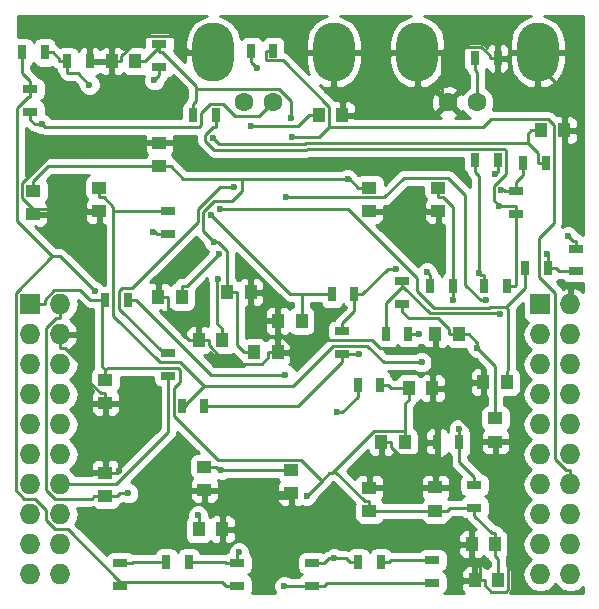
<source format=gbr>
G04 #@! TF.FileFunction,Copper,L2,Bot,Signal*
%FSLAX46Y46*%
G04 Gerber Fmt 4.6, Leading zero omitted, Abs format (unit mm)*
G04 Created by KiCad (PCBNEW 4.0.1-stable) date 5/9/2016 12:29:30 PM*
%MOMM*%
G01*
G04 APERTURE LIST*
%ADD10C,0.100000*%
%ADD11R,1.727200X1.727200*%
%ADD12O,1.727200X1.727200*%
%ADD13R,1.250000X1.000000*%
%ADD14R,1.000000X1.250000*%
%ADD15O,3.500120X5.001260*%
%ADD16C,1.600200*%
%ADD17R,1.300000X0.700000*%
%ADD18R,0.700000X1.300000*%
%ADD19C,0.600000*%
%ADD20C,0.250000*%
%ADD21C,0.254000*%
G04 APERTURE END LIST*
D10*
D11*
X91694000Y-160274000D03*
D12*
X94234000Y-160274000D03*
X91694000Y-162814000D03*
X94234000Y-162814000D03*
X91694000Y-165354000D03*
X94234000Y-165354000D03*
X91694000Y-167894000D03*
X94234000Y-167894000D03*
X91694000Y-170434000D03*
X94234000Y-170434000D03*
X91694000Y-172974000D03*
X94234000Y-172974000D03*
X91694000Y-175514000D03*
X94234000Y-175514000D03*
X91694000Y-178054000D03*
X94234000Y-178054000D03*
X91694000Y-180594000D03*
X94234000Y-180594000D03*
X91694000Y-183134000D03*
X94234000Y-183134000D03*
X134874000Y-175514000D03*
X134874000Y-178054000D03*
X134874000Y-172974000D03*
X137414000Y-172974000D03*
X137414000Y-178054000D03*
X137414000Y-175514000D03*
X134874000Y-170434000D03*
X134874000Y-167894000D03*
X137414000Y-167894000D03*
X137414000Y-170434000D03*
X137414000Y-165354000D03*
X134874000Y-165354000D03*
D11*
X134874000Y-160274000D03*
D12*
X137414000Y-162814000D03*
X134874000Y-162814000D03*
X137414000Y-160274000D03*
X134874000Y-183134000D03*
X137414000Y-183134000D03*
X137414000Y-180594000D03*
X134874000Y-180594000D03*
D13*
X98044000Y-176514000D03*
X98044000Y-174514000D03*
X97536000Y-150400000D03*
X97536000Y-152400000D03*
X126238000Y-150384000D03*
X126238000Y-152384000D03*
D14*
X100568000Y-139700000D03*
X98568000Y-139700000D03*
D13*
X113792000Y-176260000D03*
X113792000Y-174260000D03*
X106426000Y-176006000D03*
X106426000Y-174006000D03*
D14*
X105934000Y-179324000D03*
X107934000Y-179324000D03*
D13*
X125984000Y-175768000D03*
X125984000Y-177768000D03*
X120396000Y-175784000D03*
X120396000Y-177784000D03*
X120396000Y-152384000D03*
X120396000Y-150384000D03*
X91948000Y-152638000D03*
X91948000Y-150638000D03*
X102616000Y-146574000D03*
X102616000Y-148574000D03*
D14*
X110617000Y-164338000D03*
X112617000Y-164338000D03*
X123730000Y-167386000D03*
X125730000Y-167386000D03*
X123412000Y-171958000D03*
X121412000Y-171958000D03*
X127984000Y-162814000D03*
X125984000Y-162814000D03*
X134890000Y-145542000D03*
X136890000Y-145542000D03*
D13*
X131064000Y-169926000D03*
X131064000Y-171926000D03*
D14*
X114649000Y-161671000D03*
X112649000Y-161671000D03*
X132048000Y-166878000D03*
X130048000Y-166878000D03*
X118094000Y-144272000D03*
X116094000Y-144272000D03*
X108331000Y-159258000D03*
X110331000Y-159258000D03*
X102521000Y-159639000D03*
X104521000Y-159639000D03*
D13*
X98044000Y-166640000D03*
X98044000Y-168640000D03*
D14*
X105950000Y-163322000D03*
X107950000Y-163322000D03*
X131064000Y-180594000D03*
X129064000Y-180594000D03*
X131318000Y-183642000D03*
X129318000Y-183642000D03*
D15*
X107170220Y-138912600D03*
X117368320Y-138912600D03*
D16*
X112268000Y-143177260D03*
X109768640Y-143177260D03*
D15*
X124442220Y-138912600D03*
X134640320Y-138912600D03*
D16*
X129540000Y-143177260D03*
X127040640Y-143177260D03*
D17*
X103378000Y-152400000D03*
X103378000Y-154300000D03*
D18*
X127442000Y-158750000D03*
X125542000Y-158750000D03*
D17*
X102616000Y-138242000D03*
X102616000Y-140142000D03*
D18*
X103190000Y-182118000D03*
X105090000Y-182118000D03*
X119446000Y-182118000D03*
X121346000Y-182118000D03*
D17*
X109220000Y-184084000D03*
X109220000Y-182184000D03*
X115570000Y-184084000D03*
X115570000Y-182184000D03*
X99314000Y-182184000D03*
X99314000Y-184084000D03*
X125730000Y-183830000D03*
X125730000Y-181930000D03*
D18*
X90998000Y-138938000D03*
X92898000Y-138938000D03*
X94808000Y-139700000D03*
X96708000Y-139700000D03*
D17*
X91694000Y-142052000D03*
X91694000Y-143952000D03*
D18*
X132014000Y-158750000D03*
X130114000Y-158750000D03*
X107376000Y-144272000D03*
X105476000Y-144272000D03*
D17*
X132842000Y-150688000D03*
X132842000Y-152588000D03*
X129286000Y-175580000D03*
X129286000Y-177480000D03*
D18*
X128016000Y-171958000D03*
X126116000Y-171958000D03*
X133416000Y-148336000D03*
X135316000Y-148336000D03*
X129352000Y-139446000D03*
X131252000Y-139446000D03*
D17*
X137922000Y-157480000D03*
X137922000Y-155580000D03*
D18*
X119126000Y-159385000D03*
X117226000Y-159385000D03*
D17*
X118110000Y-162560000D03*
X118110000Y-164460000D03*
D18*
X135504000Y-157226000D03*
X133604000Y-157226000D03*
X121798000Y-162814000D03*
X123698000Y-162814000D03*
D17*
X123190000Y-158308000D03*
X123190000Y-160208000D03*
D18*
X131252000Y-148082000D03*
X129352000Y-148082000D03*
X106426000Y-168910000D03*
X104526000Y-168910000D03*
X99944000Y-159893000D03*
X98044000Y-159893000D03*
X121285000Y-167132000D03*
X119385000Y-167132000D03*
D17*
X103378000Y-164404000D03*
X103378000Y-166304000D03*
D18*
X112268000Y-138811000D03*
X110368000Y-138811000D03*
D19*
X110894000Y-140290900D03*
X115068200Y-176492500D03*
X107216000Y-154995400D03*
X99971300Y-176264500D03*
X118537000Y-149654200D03*
X114300000Y-180340000D03*
X114071500Y-164255200D03*
X99227600Y-174342500D03*
X124077100Y-152203600D03*
X99496600Y-146574000D03*
X113319600Y-151218100D03*
X130274200Y-159920300D03*
X113797900Y-146085100D03*
X113277700Y-166231400D03*
X117682300Y-169423800D03*
X107853600Y-174274400D03*
X113180000Y-184136200D03*
X129511700Y-163964600D03*
X129689800Y-157596700D03*
X107125700Y-146183700D03*
X106966500Y-152698400D03*
X107708000Y-152169700D03*
X92638700Y-144979700D03*
X102037000Y-154140000D03*
X125261700Y-157536800D03*
X102185200Y-141315200D03*
X97143900Y-159173500D03*
X96687800Y-141675000D03*
X113787500Y-144474400D03*
X124552000Y-162814000D03*
X127435000Y-159902800D03*
X124804400Y-165175000D03*
X105871100Y-178123200D03*
X110386400Y-145206900D03*
X107628700Y-155980300D03*
X107566500Y-158094700D03*
X109356700Y-181276400D03*
X117407300Y-181781100D03*
X131356500Y-151912700D03*
X131555700Y-150566500D03*
X127981900Y-170797400D03*
X135459100Y-156049700D03*
X137198900Y-154488100D03*
X131484800Y-161124400D03*
X122667600Y-157241100D03*
X131019600Y-149241400D03*
X119510500Y-164460000D03*
X108949000Y-150375800D03*
D20*
X131318000Y-181798300D02*
X131064000Y-181544300D01*
X131318000Y-183642000D02*
X131318000Y-181798300D01*
X131064000Y-181069100D02*
X131064000Y-181544300D01*
X131064000Y-181069100D02*
X131064000Y-180594000D01*
X130774400Y-179643700D02*
X129286000Y-178155300D01*
X131064000Y-179643700D02*
X130774400Y-179643700D01*
X129286000Y-177480000D02*
X129286000Y-178155300D01*
X131064000Y-180594000D02*
X131064000Y-179643700D01*
X121362300Y-177768000D02*
X121346300Y-177784000D01*
X125984000Y-177768000D02*
X121362300Y-177768000D01*
X120396000Y-177784000D02*
X121346300Y-177784000D01*
X110389400Y-139786300D02*
X110894000Y-140290900D01*
X110368000Y-139786300D02*
X110389400Y-139786300D01*
X110368000Y-138811000D02*
X110368000Y-139786300D01*
X125984000Y-177768000D02*
X126934300Y-177768000D01*
X91694000Y-160274000D02*
X92882900Y-160274000D01*
X129286000Y-177480000D02*
X128387300Y-177480000D01*
X127222300Y-177480000D02*
X126934300Y-177768000D01*
X128387300Y-177480000D02*
X127222300Y-177480000D01*
X98044000Y-159893000D02*
X97706400Y-159893000D01*
X97706400Y-159893000D02*
X97368700Y-159893000D01*
X98044000Y-166640000D02*
X98044000Y-165814700D01*
X120396000Y-177784000D02*
X120396000Y-176958700D01*
X119983300Y-176958700D02*
X120396000Y-176958700D01*
X117396800Y-174372100D02*
X119983300Y-176958700D01*
X120761200Y-171007700D02*
X123412000Y-171007700D01*
X117396800Y-174372100D02*
X120761200Y-171007700D01*
X123412000Y-171958000D02*
X123412000Y-171120300D01*
X123412000Y-171120300D02*
X123412000Y-171007700D01*
X123412000Y-168654300D02*
X123730000Y-168336300D01*
X123412000Y-171007700D02*
X123412000Y-168654300D01*
X123730000Y-167386000D02*
X123730000Y-168336300D01*
X122214300Y-167386000D02*
X123730000Y-167386000D01*
X121960300Y-167132000D02*
X122214300Y-167386000D01*
X121285000Y-167132000D02*
X121960300Y-167132000D01*
X115068200Y-176492500D02*
X116348900Y-175211800D01*
X117190500Y-174578400D02*
X117396800Y-174372100D01*
X116982300Y-174578400D02*
X117190500Y-174578400D01*
X116348900Y-175211800D02*
X116982300Y-174578400D01*
X114571700Y-173434600D02*
X116348900Y-175211800D01*
X107579700Y-173434600D02*
X114571700Y-173434600D01*
X103847900Y-169702800D02*
X107579700Y-173434600D01*
X103847900Y-167388000D02*
X103847900Y-169702800D01*
X104361200Y-166874700D02*
X103847900Y-167388000D01*
X104361200Y-165793300D02*
X104361200Y-166874700D01*
X104196500Y-165628600D02*
X104361200Y-165793300D01*
X98230100Y-165628600D02*
X104196500Y-165628600D01*
X98044000Y-165814700D02*
X98230100Y-165628600D01*
X97706400Y-165477100D02*
X98044000Y-165814700D01*
X97706400Y-159893000D02*
X97706400Y-165477100D01*
X96731800Y-159893000D02*
X97368700Y-159893000D01*
X95923900Y-159085100D02*
X96731800Y-159893000D01*
X93700200Y-159085100D02*
X95923900Y-159085100D01*
X92882900Y-159902400D02*
X93700200Y-159085100D01*
X92882900Y-160274000D02*
X92882900Y-159902400D01*
X108331000Y-159258000D02*
X108331000Y-158307700D01*
X96891200Y-176716500D02*
X97093700Y-176514000D01*
X93733200Y-176716500D02*
X96891200Y-176716500D01*
X93045000Y-176028300D02*
X93733200Y-176716500D01*
X93045000Y-162280400D02*
X93045000Y-176028300D01*
X93862500Y-161462900D02*
X93045000Y-162280400D01*
X94234000Y-161462900D02*
X93862500Y-161462900D01*
X94234000Y-160274000D02*
X94234000Y-161462900D01*
X98044000Y-176514000D02*
X97093700Y-176514000D01*
X110617000Y-164338000D02*
X109791700Y-164338000D01*
X109156300Y-163702600D02*
X109156300Y-159258000D01*
X109791700Y-164338000D02*
X109156300Y-163702600D01*
X108331000Y-159258000D02*
X109156300Y-159258000D01*
X98044000Y-176514000D02*
X98994300Y-176514000D01*
X99243800Y-176264500D02*
X99971300Y-176264500D01*
X98994300Y-176514000D02*
X99243800Y-176264500D01*
X120396000Y-150384000D02*
X119445700Y-150384000D01*
X118715900Y-149654200D02*
X119445700Y-150384000D01*
X118537000Y-149654200D02*
X118715900Y-149654200D01*
X103091200Y-148574000D02*
X103566300Y-148574000D01*
X103091200Y-148574000D02*
X102616000Y-148574000D01*
X93186700Y-148574000D02*
X91948000Y-149812700D01*
X102616000Y-148574000D02*
X93186700Y-148574000D01*
X91948000Y-150638000D02*
X91948000Y-149812700D01*
X107541500Y-154995400D02*
X107216000Y-154995400D01*
X108331000Y-155784900D02*
X107541500Y-154995400D01*
X108331000Y-158307700D02*
X108331000Y-155784900D01*
X109595100Y-150663200D02*
X109595100Y-149654200D01*
X108738800Y-151519500D02*
X109595100Y-150663200D01*
X107248200Y-151519500D02*
X108738800Y-151519500D01*
X106296500Y-152471200D02*
X107248200Y-151519500D01*
X106296500Y-154075900D02*
X106296500Y-152471200D01*
X107216000Y-154995400D02*
X106296500Y-154075900D01*
X118537000Y-149654200D02*
X109595100Y-149654200D01*
X104646500Y-149654200D02*
X103566300Y-148574000D01*
X109595100Y-149654200D02*
X104646500Y-149654200D01*
X116562350Y-179855650D02*
X114784350Y-179855650D01*
X114784350Y-179855650D02*
X114300000Y-180340000D01*
X96708000Y-139700000D02*
X98568000Y-139700000D01*
X110361000Y-160208300D02*
X111823700Y-161671000D01*
X110331000Y-160208300D02*
X110361000Y-160208300D01*
X110331000Y-159258000D02*
X110331000Y-160208300D01*
X112649000Y-161671000D02*
X111823700Y-161671000D01*
X124442200Y-138912600D02*
X126517600Y-138912600D01*
X117368300Y-138912600D02*
X119443700Y-138912600D01*
X124442200Y-138912600D02*
X122366800Y-138912600D01*
X120905300Y-140374100D02*
X119443700Y-138912600D01*
X122366800Y-138912600D02*
X120905300Y-140374100D01*
X118094000Y-143185400D02*
X118094000Y-144272000D01*
X120905300Y-140374100D02*
X118094000Y-143185400D01*
X130143300Y-184054600D02*
X130143300Y-183642000D01*
X130681100Y-184592400D02*
X130143300Y-184054600D01*
X131966100Y-184592400D02*
X130681100Y-184592400D01*
X132160200Y-184398300D02*
X131966100Y-184592400D01*
X132160200Y-173847500D02*
X132160200Y-184398300D01*
X131064000Y-172751300D02*
X132160200Y-173847500D01*
X131064000Y-171926000D02*
X131064000Y-172751300D01*
X131064000Y-171926000D02*
X130113700Y-171926000D01*
X91948000Y-152638000D02*
X91948000Y-152225300D01*
X96411000Y-152225300D02*
X96585700Y-152400000D01*
X91948000Y-152225300D02*
X96411000Y-152225300D01*
X97536000Y-152400000D02*
X96585700Y-152400000D01*
X117300700Y-180594000D02*
X116562350Y-179855650D01*
X116562350Y-179855650D02*
X113792000Y-177085300D01*
X129064000Y-180594000D02*
X117300700Y-180594000D01*
X125984000Y-175768000D02*
X125984000Y-174942700D01*
X126116000Y-171958000D02*
X126116000Y-172933300D01*
X126116000Y-171958000D02*
X126116000Y-170982700D01*
X129318000Y-183642000D02*
X129730700Y-183642000D01*
X129730700Y-183642000D02*
X130143300Y-183642000D01*
X129730700Y-182211000D02*
X129064000Y-181544300D01*
X129730700Y-183642000D02*
X129730700Y-182211000D01*
X129064000Y-180594000D02*
X129064000Y-181544300D01*
X121412000Y-171958000D02*
X122237300Y-171958000D01*
X125984000Y-174942700D02*
X125984000Y-173065300D01*
X125984000Y-173065300D02*
X126116000Y-172933300D01*
X120396000Y-175784000D02*
X120396000Y-174958700D01*
X122610700Y-172744000D02*
X120396000Y-174958700D01*
X122931900Y-173065300D02*
X122610700Y-172744000D01*
X125984000Y-173065300D02*
X122931900Y-173065300D01*
X122237300Y-172370700D02*
X122237300Y-171958000D01*
X122610700Y-172744000D02*
X122237300Y-172370700D01*
X125984000Y-162814000D02*
X125984000Y-163764300D01*
X125730000Y-167386000D02*
X126555300Y-167386000D01*
X130048000Y-166878000D02*
X129222700Y-166878000D01*
X126555300Y-167386000D02*
X127635000Y-168465700D01*
X127635000Y-168465700D02*
X129222700Y-166878000D01*
X113792000Y-176260000D02*
X113792000Y-176672600D01*
X113792000Y-176672600D02*
X113792000Y-177085300D01*
X107934000Y-179324000D02*
X107934000Y-178373700D01*
X130113700Y-171926000D02*
X127643200Y-169455500D01*
X126116000Y-170982700D02*
X127643200Y-169455500D01*
X127643200Y-168473900D02*
X127635000Y-168465700D01*
X127643200Y-169455500D02*
X127643200Y-168473900D01*
X125730000Y-163999600D02*
X125730000Y-167386000D01*
X125748700Y-163999600D02*
X125730000Y-163999600D01*
X125984000Y-163764300D02*
X125748700Y-163999600D01*
X112649000Y-161671000D02*
X112649000Y-162621300D01*
X113904000Y-163876300D02*
X112649000Y-162621300D01*
X114485200Y-163295100D02*
X113904000Y-163876300D01*
X120574000Y-163295100D02*
X114485200Y-163295100D01*
X121278500Y-163999600D02*
X120574000Y-163295100D01*
X125730000Y-163999600D02*
X121278500Y-163999600D01*
X94234000Y-162814000D02*
X94234000Y-164002900D01*
X94605600Y-164002900D02*
X94234000Y-164002900D01*
X96368700Y-165766000D02*
X94605600Y-164002900D01*
X96368700Y-166552100D02*
X96368700Y-165766000D01*
X97631300Y-167814700D02*
X96368700Y-166552100D01*
X98044000Y-167814700D02*
X97631300Y-167814700D01*
X98044000Y-168227300D02*
X98044000Y-167814700D01*
X98044000Y-168227300D02*
X98044000Y-168640000D01*
X98044000Y-174514000D02*
X98994300Y-174514000D01*
X108042900Y-178264800D02*
X107934000Y-178373700D01*
X108042900Y-176672600D02*
X108042900Y-178264800D01*
X113792000Y-176672600D02*
X108042900Y-176672600D01*
X108042900Y-176672600D02*
X107376300Y-176006000D01*
X106426000Y-176006000D02*
X107376300Y-176006000D01*
X113904000Y-163876300D02*
X113442300Y-164338000D01*
X112617000Y-164338000D02*
X113442300Y-164338000D01*
X112617000Y-164338000D02*
X111791700Y-164338000D01*
X132031500Y-139446000D02*
X132564900Y-138912600D01*
X131252000Y-139446000D02*
X132031500Y-139446000D01*
X134640300Y-138912600D02*
X133602600Y-138912600D01*
X133602600Y-138912600D02*
X132564900Y-138912600D01*
X136890000Y-142200000D02*
X136890000Y-145542000D01*
X133602600Y-138912600D02*
X136890000Y-142200000D01*
X113988700Y-164338000D02*
X114071500Y-164255200D01*
X113442300Y-164338000D02*
X113988700Y-164338000D01*
X99165800Y-170587100D02*
X98044000Y-169465300D01*
X99165800Y-174342500D02*
X99165800Y-170587100D01*
X99227600Y-174342500D02*
X99165800Y-174342500D01*
X99165800Y-174342500D02*
X98994300Y-174514000D01*
X98044000Y-168640000D02*
X98044000Y-169465300D01*
X111791700Y-164750600D02*
X111791700Y-164338000D01*
X111253900Y-165288400D02*
X111791700Y-164750600D01*
X108329100Y-165288400D02*
X111253900Y-165288400D01*
X106775300Y-163734600D02*
X108329100Y-165288400D01*
X106775300Y-163322000D02*
X106775300Y-163734600D01*
X105950000Y-163322000D02*
X106775300Y-163322000D01*
X102521000Y-159639000D02*
X103346300Y-159639000D01*
X105950000Y-163322000D02*
X105124700Y-163322000D01*
X131252000Y-139446000D02*
X130576700Y-139446000D01*
X126517600Y-142654300D02*
X126517600Y-138912600D01*
X127040600Y-143177300D02*
X126517600Y-142654300D01*
X130576700Y-139192800D02*
X130576700Y-139446000D01*
X129854500Y-138470600D02*
X130576700Y-139192800D01*
X126959600Y-138470600D02*
X129854500Y-138470600D01*
X126517600Y-138912600D02*
X126959600Y-138470600D01*
X99393300Y-139287300D02*
X99393300Y-139700000D01*
X101114000Y-137566600D02*
X99393300Y-139287300D01*
X103748800Y-137566600D02*
X101114000Y-137566600D01*
X105094800Y-138912600D02*
X103748800Y-137566600D01*
X107170200Y-138912600D02*
X105094800Y-138912600D01*
X98568000Y-139700000D02*
X99393300Y-139700000D01*
X103346300Y-161543600D02*
X103346300Y-159639000D01*
X105124700Y-163322000D02*
X103346300Y-161543600D01*
X125107300Y-152203600D02*
X124077100Y-152203600D01*
X125287700Y-152384000D02*
X125107300Y-152203600D01*
X126238000Y-152384000D02*
X125287700Y-152384000D01*
X123896700Y-152384000D02*
X124077100Y-152203600D01*
X120396000Y-152384000D02*
X123896700Y-152384000D01*
X102616000Y-146574000D02*
X99496600Y-146574000D01*
X90997000Y-151274300D02*
X91948000Y-152225300D01*
X90997000Y-149957000D02*
X90997000Y-151274300D01*
X94380000Y-146574000D02*
X90997000Y-149957000D01*
X99496600Y-146574000D02*
X94380000Y-146574000D01*
X103378000Y-171076500D02*
X103378000Y-166304000D01*
X98940500Y-175514000D02*
X103378000Y-171076500D01*
X94234000Y-175514000D02*
X98940500Y-175514000D01*
X121657500Y-151218100D02*
X113319600Y-151218100D01*
X123317000Y-149558600D02*
X121657500Y-151218100D01*
X127055100Y-149558600D02*
X123317000Y-149558600D01*
X128514100Y-151017600D02*
X127055100Y-149558600D01*
X128514100Y-158610200D02*
X128514100Y-151017600D01*
X129824200Y-159920300D02*
X128514100Y-158610200D01*
X130274200Y-159920300D02*
X129824200Y-159920300D01*
X112268000Y-138811000D02*
X111592700Y-138811000D01*
X137414000Y-175514000D02*
X137414000Y-174325100D01*
X130012700Y-145244400D02*
X116951100Y-145244400D01*
X130665500Y-144591600D02*
X130012700Y-145244400D01*
X135536600Y-144591600D02*
X130665500Y-144591600D01*
X135991400Y-145046400D02*
X135536600Y-144591600D01*
X135991400Y-153417600D02*
X135991400Y-145046400D01*
X134779600Y-154629400D02*
X135991400Y-153417600D01*
X134779600Y-157992300D02*
X134779600Y-154629400D01*
X136062900Y-159275600D02*
X134779600Y-157992300D01*
X136062900Y-173345600D02*
X136062900Y-159275600D01*
X137042400Y-174325100D02*
X136062900Y-173345600D01*
X137414000Y-174325100D02*
X137042400Y-174325100D01*
X111592700Y-139539000D02*
X111592700Y-138811000D01*
X111665700Y-139612000D02*
X111592700Y-139539000D01*
X113038000Y-139612000D02*
X111665700Y-139612000D01*
X116951100Y-143525100D02*
X113038000Y-139612000D01*
X116951100Y-145244400D02*
X116951100Y-143525100D01*
X116110400Y-146085100D02*
X113797900Y-146085100D01*
X116951100Y-145244400D02*
X116110400Y-146085100D01*
X99944000Y-159893000D02*
X100619300Y-159893000D01*
X106957700Y-166231400D02*
X100619300Y-159893000D01*
X113277700Y-166231400D02*
X106957700Y-166231400D01*
X119385000Y-167132000D02*
X119385000Y-168107300D01*
X118068500Y-169423800D02*
X117682300Y-169423800D01*
X119385000Y-168107300D02*
X118068500Y-169423800D01*
X106426000Y-174006000D02*
X107376300Y-174006000D01*
X113792000Y-174260000D02*
X112841700Y-174260000D01*
X112827300Y-174274400D02*
X112841700Y-174260000D01*
X107853600Y-174274400D02*
X112827300Y-174274400D01*
X107644700Y-174274400D02*
X107853600Y-174274400D01*
X107376300Y-174006000D02*
X107644700Y-174274400D01*
X115570000Y-184084000D02*
X116545300Y-184084000D01*
X116799300Y-183830000D02*
X116545300Y-184084000D01*
X124754700Y-183830000D02*
X116799300Y-183830000D01*
X125242400Y-183830000D02*
X124754700Y-183830000D01*
X125242400Y-183830000D02*
X125730000Y-183830000D01*
X114542500Y-184136200D02*
X114594700Y-184084000D01*
X113180000Y-184136200D02*
X114542500Y-184136200D01*
X115570000Y-184084000D02*
X114594700Y-184084000D01*
X127984000Y-162814000D02*
X128809300Y-162814000D01*
X129511700Y-163516400D02*
X129511700Y-163964600D01*
X128809300Y-162814000D02*
X129511700Y-163516400D01*
X131064000Y-165516900D02*
X131064000Y-169926000D01*
X129511700Y-163964600D02*
X131064000Y-165516900D01*
X123190000Y-160208000D02*
X123190000Y-160883300D01*
X127984000Y-162814000D02*
X127158700Y-162814000D01*
X127158700Y-162401400D02*
X127158700Y-162814000D01*
X126223700Y-161466400D02*
X127158700Y-162401400D01*
X123773100Y-161466400D02*
X126223700Y-161466400D01*
X123190000Y-160883300D02*
X123773100Y-161466400D01*
X129867800Y-157774700D02*
X129689800Y-157596700D01*
X130114000Y-157774700D02*
X129867800Y-157774700D01*
X130114000Y-158750000D02*
X130114000Y-157774700D01*
X129689800Y-149395100D02*
X129689800Y-157596700D01*
X129352000Y-149057300D02*
X129689800Y-149395100D01*
X129352000Y-148082000D02*
X129352000Y-149057300D01*
X134890000Y-145542000D02*
X134064700Y-145542000D01*
X134640700Y-147497400D02*
X133781100Y-146637800D01*
X134640700Y-148336000D02*
X134640700Y-147497400D01*
X133781100Y-145825600D02*
X134064700Y-145542000D01*
X133781100Y-146637800D02*
X133781100Y-145825600D01*
X135316000Y-148336000D02*
X134640700Y-148336000D01*
X114987900Y-146637800D02*
X133781100Y-146637800D01*
X114915300Y-146710400D02*
X114987900Y-146637800D01*
X107652400Y-146710400D02*
X114915300Y-146710400D01*
X107125700Y-146183700D02*
X107652400Y-146710400D01*
X117226000Y-159385000D02*
X116550700Y-159385000D01*
X114649000Y-161671000D02*
X114649000Y-160720700D01*
X114649000Y-160720700D02*
X114649000Y-159385000D01*
X114649000Y-159385000D02*
X116550700Y-159385000D01*
X113653100Y-159385000D02*
X106966500Y-152698400D01*
X114649000Y-159385000D02*
X113653100Y-159385000D01*
X133604000Y-158876500D02*
X133604000Y-157226000D01*
X131981400Y-160499100D02*
X133604000Y-158876500D01*
X132110100Y-160627800D02*
X131981400Y-160499100D01*
X132110100Y-165865600D02*
X132110100Y-160627800D01*
X132048000Y-165927700D02*
X132110100Y-165865600D01*
X118555900Y-152169700D02*
X107708000Y-152169700D01*
X124459200Y-158073000D02*
X118555900Y-152169700D01*
X124459200Y-159173500D02*
X124459200Y-158073000D01*
X125851400Y-160565700D02*
X124459200Y-159173500D01*
X130513200Y-160565700D02*
X125851400Y-160565700D01*
X130579800Y-160499100D02*
X130513200Y-160565700D01*
X131981400Y-160499100D02*
X130579800Y-160499100D01*
X132048000Y-166878000D02*
X132048000Y-165927700D01*
X91694000Y-143952000D02*
X91694000Y-144627300D01*
X92046400Y-144979700D02*
X92638700Y-144979700D01*
X91694000Y-144627300D02*
X92046400Y-144979700D01*
X92906400Y-145247400D02*
X92638700Y-144979700D01*
X105978500Y-145247400D02*
X92906400Y-145247400D01*
X106151400Y-145074500D02*
X105978500Y-145247400D01*
X106151400Y-144029900D02*
X106151400Y-145074500D01*
X106893700Y-143287600D02*
X106151400Y-144029900D01*
X107964900Y-143287600D02*
X106893700Y-143287600D01*
X109041900Y-144364600D02*
X107964900Y-143287600D01*
X111080700Y-144364600D02*
X109041900Y-144364600D01*
X112268000Y-143177300D02*
X111080700Y-144364600D01*
X129540000Y-140609300D02*
X129352000Y-140421300D01*
X129540000Y-143177300D02*
X129540000Y-140609300D01*
X129352000Y-139446000D02*
X129352000Y-140421300D01*
X102242700Y-154140000D02*
X102402700Y-154300000D01*
X102037000Y-154140000D02*
X102242700Y-154140000D01*
X103378000Y-154300000D02*
X102402700Y-154300000D01*
X125499600Y-157774700D02*
X125542000Y-157774700D01*
X125261700Y-157536800D02*
X125499600Y-157774700D01*
X125542000Y-158750000D02*
X125542000Y-157774700D01*
X102616000Y-140884400D02*
X102185200Y-141315200D01*
X102616000Y-140142000D02*
X102616000Y-140884400D01*
X90998000Y-140680700D02*
X90998000Y-138938000D01*
X91694000Y-141376700D02*
X90998000Y-140680700D01*
X91694000Y-142052000D02*
X91694000Y-141376700D01*
X99314000Y-184084000D02*
X99314000Y-183746300D01*
X107907000Y-183746300D02*
X108244700Y-184084000D01*
X99314000Y-183746300D02*
X107907000Y-183746300D01*
X109220000Y-184084000D02*
X108244700Y-184084000D01*
X91694000Y-142052000D02*
X91694000Y-142727300D01*
X90444700Y-159286100D02*
X93540400Y-156190400D01*
X90444700Y-175994500D02*
X90444700Y-159286100D01*
X91166500Y-176716300D02*
X90444700Y-175994500D01*
X92038700Y-176716300D02*
X91166500Y-176716300D01*
X93045000Y-177722600D02*
X92038700Y-176716300D01*
X93045000Y-178568300D02*
X93045000Y-177722600D01*
X93738800Y-179262100D02*
X93045000Y-178568300D01*
X94829800Y-179262100D02*
X93738800Y-179262100D01*
X99314000Y-183746300D02*
X94829800Y-179262100D01*
X94160800Y-156190400D02*
X93540400Y-156190400D01*
X97143900Y-159173500D02*
X94160800Y-156190400D01*
X91440800Y-142727300D02*
X91694000Y-142727300D01*
X90545900Y-143622200D02*
X91440800Y-142727300D01*
X90545900Y-153195900D02*
X90545900Y-143622200D01*
X93540400Y-156190400D02*
X90545900Y-153195900D01*
X94132700Y-139497400D02*
X93573300Y-138938000D01*
X94132700Y-139700000D02*
X94132700Y-139497400D01*
X92898000Y-138938000D02*
X93573300Y-138938000D01*
X94808000Y-139700000D02*
X94132700Y-139700000D01*
X95688100Y-140675300D02*
X94808000Y-140675300D01*
X96687800Y-141675000D02*
X95688100Y-140675300D01*
X94808000Y-139700000D02*
X94808000Y-140675300D01*
X105476000Y-144272000D02*
X105476000Y-143296700D01*
X113787500Y-143091200D02*
X113787500Y-144474400D01*
X112729400Y-142033100D02*
X113787500Y-143091200D01*
X105701200Y-142033100D02*
X112729400Y-142033100D01*
X105701200Y-143071500D02*
X105701200Y-142033100D01*
X105476000Y-143296700D02*
X105701200Y-143071500D01*
X102869200Y-138917300D02*
X102616000Y-138917300D01*
X105701200Y-141749300D02*
X102869200Y-138917300D01*
X105701200Y-142033100D02*
X105701200Y-141749300D01*
X102616000Y-138242000D02*
X102616000Y-138579600D01*
X102616000Y-138579600D02*
X102616000Y-138917300D01*
X102513700Y-138579600D02*
X101393300Y-139700000D01*
X102616000Y-138579600D02*
X102513700Y-138579600D01*
X100568000Y-139700000D02*
X101393300Y-139700000D01*
X126238000Y-150384000D02*
X126238000Y-151209300D01*
X127442000Y-158750000D02*
X127442000Y-157774700D01*
X126650600Y-151209300D02*
X126238000Y-151209300D01*
X127442000Y-152000700D02*
X126650600Y-151209300D01*
X127442000Y-157774700D02*
X127442000Y-152000700D01*
X123698000Y-162814000D02*
X124373300Y-162814000D01*
X124373300Y-162814000D02*
X124552000Y-162814000D01*
X127442000Y-158750000D02*
X127442000Y-159725300D01*
X127442000Y-159895800D02*
X127435000Y-159902800D01*
X127442000Y-159725300D02*
X127442000Y-159895800D01*
X104526000Y-168910000D02*
X104863700Y-168910000D01*
X97536000Y-150400000D02*
X97536000Y-151225300D01*
X113881000Y-167197200D02*
X106404400Y-167197200D01*
X117293600Y-163784600D02*
X113881000Y-167197200D01*
X120210900Y-163784600D02*
X117293600Y-163784600D01*
X121601300Y-165175000D02*
X120210900Y-163784600D01*
X124804400Y-165175000D02*
X121601300Y-165175000D01*
X104863700Y-168737900D02*
X104863700Y-168910000D01*
X106404400Y-167197200D02*
X104863700Y-168737900D01*
X103378000Y-152400000D02*
X102402700Y-152400000D01*
X102402700Y-152400000D02*
X98719500Y-152400000D01*
X98719500Y-161276800D02*
X98719500Y-152400000D01*
X102620900Y-165178200D02*
X98719500Y-161276800D01*
X104385400Y-165178200D02*
X102620900Y-165178200D01*
X106404400Y-167197200D02*
X104385400Y-165178200D01*
X97948600Y-151225300D02*
X97536000Y-151225300D01*
X98719500Y-151996200D02*
X97948600Y-151225300D01*
X98719500Y-152400000D02*
X98719500Y-151996200D01*
X105934000Y-178186100D02*
X105934000Y-179324000D01*
X105871100Y-178123200D02*
X105934000Y-178186100D01*
X116094000Y-144272000D02*
X115268700Y-144272000D01*
X114333800Y-145206900D02*
X110386400Y-145206900D01*
X115268700Y-144272000D02*
X114333800Y-145206900D01*
X104521000Y-159639000D02*
X104521000Y-158688700D01*
X104920300Y-158688700D02*
X107628700Y-155980300D01*
X104521000Y-158688700D02*
X104920300Y-158688700D01*
X107950000Y-163322000D02*
X107950000Y-162371700D01*
X107470600Y-158190600D02*
X107566500Y-158094700D01*
X107470600Y-161892300D02*
X107470600Y-158190600D01*
X107950000Y-162371700D02*
X107470600Y-161892300D01*
X100355300Y-182118000D02*
X103190000Y-182118000D01*
X100289300Y-182184000D02*
X100355300Y-182118000D01*
X99314000Y-182184000D02*
X100289300Y-182184000D01*
X105090000Y-182118000D02*
X105765300Y-182118000D01*
X108178700Y-182118000D02*
X105765300Y-182118000D01*
X108244700Y-182184000D02*
X108178700Y-182118000D01*
X109220000Y-182184000D02*
X108244700Y-182184000D01*
X109220000Y-182184000D02*
X109220000Y-181508700D01*
X109220000Y-181413100D02*
X109356700Y-181276400D01*
X109220000Y-181508700D02*
X109220000Y-181413100D01*
X119446000Y-182118000D02*
X118770700Y-182118000D01*
X116948200Y-181781100D02*
X117407300Y-181781100D01*
X116545300Y-182184000D02*
X116948200Y-181781100D01*
X118433800Y-181781100D02*
X118770700Y-182118000D01*
X117407300Y-181781100D02*
X118433800Y-181781100D01*
X115570000Y-182184000D02*
X116545300Y-182184000D01*
X121346000Y-182118000D02*
X122021300Y-182118000D01*
X125730000Y-181930000D02*
X124754700Y-181930000D01*
X122209300Y-181930000D02*
X122021300Y-182118000D01*
X124754700Y-181930000D02*
X122209300Y-181930000D01*
X132842000Y-152588000D02*
X132842000Y-153263300D01*
X132842000Y-158597300D02*
X132842000Y-153263300D01*
X132689300Y-158750000D02*
X132842000Y-158597300D01*
X132014000Y-158750000D02*
X132689300Y-158750000D01*
X132842000Y-152588000D02*
X132842000Y-151912700D01*
X107376000Y-144272000D02*
X107376000Y-145247300D01*
X132842000Y-151912700D02*
X131356500Y-151912700D01*
X130919800Y-151476000D02*
X131356500Y-151912700D01*
X130919800Y-150272100D02*
X130919800Y-151476000D01*
X131927400Y-149264500D02*
X130919800Y-150272100D01*
X131927400Y-147233700D02*
X131927400Y-149264500D01*
X131800400Y-147106700D02*
X131927400Y-147233700D01*
X115155900Y-147106700D02*
X131800400Y-147106700D01*
X115060600Y-147202000D02*
X115155900Y-147106700D01*
X107259100Y-147202000D02*
X115060600Y-147202000D01*
X106489200Y-146432100D02*
X107259100Y-147202000D01*
X106489200Y-145897600D02*
X106489200Y-146432100D01*
X107139500Y-145247300D02*
X106489200Y-145897600D01*
X107376000Y-145247300D02*
X107139500Y-145247300D01*
X132842000Y-150688000D02*
X132842000Y-150012700D01*
X132842000Y-149885300D02*
X132842000Y-150012700D01*
X133416000Y-149311300D02*
X132842000Y-149885300D01*
X133416000Y-148336000D02*
X133416000Y-149311300D01*
X131745200Y-150566500D02*
X131866700Y-150688000D01*
X131555700Y-150566500D02*
X131745200Y-150566500D01*
X132842000Y-150688000D02*
X131866700Y-150688000D01*
X128016000Y-173634700D02*
X129286000Y-174904700D01*
X128016000Y-171958000D02*
X128016000Y-173634700D01*
X129286000Y-175580000D02*
X129286000Y-174904700D01*
X128016000Y-170831500D02*
X128016000Y-171958000D01*
X127981900Y-170797400D02*
X128016000Y-170831500D01*
X137922000Y-157480000D02*
X136946700Y-157480000D01*
X136433300Y-157480000D02*
X136946700Y-157480000D01*
X136179300Y-157226000D02*
X136433300Y-157480000D01*
X135504000Y-157226000D02*
X136179300Y-157226000D01*
X135504000Y-157226000D02*
X135504000Y-156250700D01*
X135504000Y-156094600D02*
X135459100Y-156049700D01*
X135504000Y-156250700D02*
X135504000Y-156094600D01*
X123190000Y-158308000D02*
X123190000Y-158689200D01*
X137615500Y-154904700D02*
X137922000Y-154904700D01*
X137198900Y-154488100D02*
X137615500Y-154904700D01*
X137922000Y-155580000D02*
X137922000Y-154904700D01*
X123260800Y-158784600D02*
X123190000Y-158784600D01*
X125492200Y-161016000D02*
X123260800Y-158784600D01*
X131376400Y-161016000D02*
X125492200Y-161016000D01*
X131484800Y-161124400D02*
X131376400Y-161016000D01*
X123190000Y-158689200D02*
X123190000Y-158784600D01*
X121798000Y-160128900D02*
X121798000Y-162814000D01*
X123142300Y-158784600D02*
X121798000Y-160128900D01*
X123190000Y-158784600D02*
X123142300Y-158784600D01*
X119126000Y-159385000D02*
X119126000Y-160360300D01*
X119126000Y-160868700D02*
X118110000Y-161884700D01*
X119126000Y-160360300D02*
X119126000Y-160868700D01*
X118110000Y-162560000D02*
X118110000Y-161884700D01*
X121945200Y-157241100D02*
X119801300Y-159385000D01*
X122667600Y-157241100D02*
X121945200Y-157241100D01*
X119126000Y-159385000D02*
X119801300Y-159385000D01*
X114335300Y-168910000D02*
X118110000Y-165135300D01*
X106426000Y-168910000D02*
X114335300Y-168910000D01*
X118110000Y-164460000D02*
X118110000Y-165135300D01*
X131252000Y-148082000D02*
X131252000Y-149057300D01*
X131203700Y-149057300D02*
X131019600Y-149241400D01*
X131252000Y-149057300D02*
X131203700Y-149057300D01*
X118110000Y-164460000D02*
X119085300Y-164460000D01*
X119085300Y-164460000D02*
X119510500Y-164460000D01*
X102979200Y-164404000D02*
X103378000Y-164404000D01*
X99218500Y-160643300D02*
X102979200Y-164404000D01*
X99218500Y-159155500D02*
X99218500Y-160643300D01*
X99461200Y-158912800D02*
X99218500Y-159155500D01*
X100254200Y-158912800D02*
X99461200Y-158912800D01*
X105846100Y-153320900D02*
X100254200Y-158912800D01*
X105846100Y-152230200D02*
X105846100Y-153320900D01*
X107700500Y-150375800D02*
X105846100Y-152230200D01*
X108949000Y-150375800D02*
X107700500Y-150375800D01*
D21*
G36*
X105928858Y-172858560D02*
X105801000Y-172858560D01*
X105565683Y-172902838D01*
X105349559Y-173041910D01*
X105204569Y-173254110D01*
X105153560Y-173506000D01*
X105153560Y-174506000D01*
X105197838Y-174741317D01*
X105336910Y-174957441D01*
X105405006Y-175003969D01*
X105262673Y-175146302D01*
X105166000Y-175379691D01*
X105166000Y-175720250D01*
X105324750Y-175879000D01*
X106299000Y-175879000D01*
X106299000Y-175859000D01*
X106553000Y-175859000D01*
X106553000Y-175879000D01*
X107527250Y-175879000D01*
X107686000Y-175720250D01*
X107686000Y-175379691D01*
X107604718Y-175183459D01*
X107666801Y-175209238D01*
X108038767Y-175209562D01*
X108382543Y-175067517D01*
X108415718Y-175034400D01*
X112588987Y-175034400D01*
X112702910Y-175211441D01*
X112771006Y-175257969D01*
X112628673Y-175400302D01*
X112532000Y-175633691D01*
X112532000Y-175974250D01*
X112690750Y-176133000D01*
X113665000Y-176133000D01*
X113665000Y-176113000D01*
X113919000Y-176113000D01*
X113919000Y-176133000D01*
X113939000Y-176133000D01*
X113939000Y-176387000D01*
X113919000Y-176387000D01*
X113919000Y-177236250D01*
X114077750Y-177395000D01*
X114543310Y-177395000D01*
X114673577Y-177341042D01*
X114881401Y-177427338D01*
X115253367Y-177427662D01*
X115597143Y-177285617D01*
X115860392Y-177022827D01*
X116003038Y-176679299D01*
X116003079Y-176632423D01*
X117292691Y-175342811D01*
X119142126Y-177192317D01*
X119123560Y-177284000D01*
X119123560Y-178284000D01*
X119167838Y-178519317D01*
X119306910Y-178735441D01*
X119519110Y-178880431D01*
X119771000Y-178931440D01*
X121021000Y-178931440D01*
X121256317Y-178887162D01*
X121472441Y-178748090D01*
X121617431Y-178535890D01*
X121619029Y-178528000D01*
X124771721Y-178528000D01*
X124894910Y-178719441D01*
X125107110Y-178864431D01*
X125359000Y-178915440D01*
X126609000Y-178915440D01*
X126844317Y-178871162D01*
X127060441Y-178732090D01*
X127205431Y-178519890D01*
X127215100Y-178472145D01*
X127225139Y-178470148D01*
X127471701Y-178305401D01*
X127537102Y-178240000D01*
X128145243Y-178240000D01*
X128171910Y-178281441D01*
X128384110Y-178426431D01*
X128599879Y-178470125D01*
X128748599Y-178692701D01*
X129389898Y-179334000D01*
X129349750Y-179334000D01*
X129191000Y-179492750D01*
X129191000Y-180467000D01*
X129211000Y-180467000D01*
X129211000Y-180721000D01*
X129191000Y-180721000D01*
X129191000Y-181695250D01*
X129349750Y-181854000D01*
X129690309Y-181854000D01*
X129923698Y-181757327D01*
X130064936Y-181616090D01*
X130099910Y-181670441D01*
X130312110Y-181815431D01*
X130359855Y-181825100D01*
X130361852Y-181835139D01*
X130526599Y-182081701D01*
X130558000Y-182113102D01*
X130558000Y-182429721D01*
X130366559Y-182552910D01*
X130320031Y-182621006D01*
X130177698Y-182478673D01*
X129944309Y-182382000D01*
X129603750Y-182382000D01*
X129445000Y-182540750D01*
X129445000Y-183515000D01*
X129465000Y-183515000D01*
X129465000Y-183769000D01*
X129445000Y-183769000D01*
X129445000Y-183789000D01*
X129191000Y-183789000D01*
X129191000Y-183769000D01*
X128341750Y-183769000D01*
X128183000Y-183927750D01*
X128183000Y-184393310D01*
X128279673Y-184626699D01*
X128362974Y-184710000D01*
X126729014Y-184710000D01*
X126831441Y-184644090D01*
X126976431Y-184431890D01*
X127027440Y-184180000D01*
X127027440Y-183480000D01*
X126983162Y-183244683D01*
X126844090Y-183028559D01*
X126642312Y-182890690D01*
X128183000Y-182890690D01*
X128183000Y-183356250D01*
X128341750Y-183515000D01*
X129191000Y-183515000D01*
X129191000Y-182540750D01*
X129032250Y-182382000D01*
X128691691Y-182382000D01*
X128458302Y-182478673D01*
X128279673Y-182657301D01*
X128183000Y-182890690D01*
X126642312Y-182890690D01*
X126631890Y-182883569D01*
X126618803Y-182880919D01*
X126831441Y-182744090D01*
X126976431Y-182531890D01*
X127027440Y-182280000D01*
X127027440Y-181580000D01*
X126983162Y-181344683D01*
X126844090Y-181128559D01*
X126631890Y-180983569D01*
X126380000Y-180932560D01*
X125080000Y-180932560D01*
X124844683Y-180976838D01*
X124628559Y-181115910D01*
X124591601Y-181170000D01*
X122258827Y-181170000D01*
X122160090Y-181016559D01*
X121959864Y-180879750D01*
X127929000Y-180879750D01*
X127929000Y-181345310D01*
X128025673Y-181578699D01*
X128204302Y-181757327D01*
X128437691Y-181854000D01*
X128778250Y-181854000D01*
X128937000Y-181695250D01*
X128937000Y-180721000D01*
X128087750Y-180721000D01*
X127929000Y-180879750D01*
X121959864Y-180879750D01*
X121947890Y-180871569D01*
X121696000Y-180820560D01*
X120996000Y-180820560D01*
X120760683Y-180864838D01*
X120544559Y-181003910D01*
X120399569Y-181216110D01*
X120396919Y-181229197D01*
X120260090Y-181016559D01*
X120047890Y-180871569D01*
X119796000Y-180820560D01*
X119096000Y-180820560D01*
X118860683Y-180864838D01*
X118644559Y-181003910D01*
X118609002Y-181055950D01*
X118433800Y-181021100D01*
X117969763Y-181021100D01*
X117937627Y-180988908D01*
X117594099Y-180846262D01*
X117222133Y-180845938D01*
X116878357Y-180987983D01*
X116819546Y-181046691D01*
X116657361Y-181078952D01*
X116432048Y-181229501D01*
X116220000Y-181186560D01*
X114920000Y-181186560D01*
X114684683Y-181230838D01*
X114468559Y-181369910D01*
X114323569Y-181582110D01*
X114272560Y-181834000D01*
X114272560Y-182534000D01*
X114316838Y-182769317D01*
X114455910Y-182985441D01*
X114668110Y-183130431D01*
X114681197Y-183133081D01*
X114468559Y-183269910D01*
X114405947Y-183361546D01*
X114332275Y-183376200D01*
X113742463Y-183376200D01*
X113710327Y-183344008D01*
X113366799Y-183201362D01*
X112994833Y-183201038D01*
X112651057Y-183343083D01*
X112387808Y-183605873D01*
X112245162Y-183949401D01*
X112244838Y-184321367D01*
X112386883Y-184665143D01*
X112431662Y-184710000D01*
X110449957Y-184710000D01*
X110466431Y-184685890D01*
X110517440Y-184434000D01*
X110517440Y-183734000D01*
X110473162Y-183498683D01*
X110334090Y-183282559D01*
X110121890Y-183137569D01*
X110108803Y-183134919D01*
X110321441Y-182998090D01*
X110466431Y-182785890D01*
X110517440Y-182534000D01*
X110517440Y-181834000D01*
X110473162Y-181598683D01*
X110334090Y-181382559D01*
X110291634Y-181353550D01*
X110291862Y-181091233D01*
X110149817Y-180747457D01*
X109887027Y-180484208D01*
X109543499Y-180341562D01*
X109171533Y-180341238D01*
X108827757Y-180483283D01*
X108564508Y-180746073D01*
X108421862Y-181089601D01*
X108421753Y-181214455D01*
X108334683Y-181230838D01*
X108137068Y-181358000D01*
X106066742Y-181358000D01*
X106043162Y-181232683D01*
X105904090Y-181016559D01*
X105691890Y-180871569D01*
X105440000Y-180820560D01*
X104740000Y-180820560D01*
X104504683Y-180864838D01*
X104288559Y-181003910D01*
X104143569Y-181216110D01*
X104140919Y-181229197D01*
X104004090Y-181016559D01*
X103791890Y-180871569D01*
X103540000Y-180820560D01*
X102840000Y-180820560D01*
X102604683Y-180864838D01*
X102388559Y-181003910D01*
X102243569Y-181216110D01*
X102214836Y-181358000D01*
X100392147Y-181358000D01*
X100215890Y-181237569D01*
X99964000Y-181186560D01*
X98664000Y-181186560D01*
X98428683Y-181230838D01*
X98212559Y-181369910D01*
X98131316Y-181488814D01*
X95496522Y-178854020D01*
X95600102Y-178699000D01*
X104786560Y-178699000D01*
X104786560Y-179949000D01*
X104830838Y-180184317D01*
X104969910Y-180400441D01*
X105182110Y-180545431D01*
X105434000Y-180596440D01*
X106434000Y-180596440D01*
X106669317Y-180552162D01*
X106885441Y-180413090D01*
X106931969Y-180344994D01*
X107074302Y-180487327D01*
X107307691Y-180584000D01*
X107648250Y-180584000D01*
X107807000Y-180425250D01*
X107807000Y-179451000D01*
X108061000Y-179451000D01*
X108061000Y-180425250D01*
X108219750Y-180584000D01*
X108560309Y-180584000D01*
X108793698Y-180487327D01*
X108972327Y-180308699D01*
X109069000Y-180075310D01*
X109069000Y-179842690D01*
X127929000Y-179842690D01*
X127929000Y-180308250D01*
X128087750Y-180467000D01*
X128937000Y-180467000D01*
X128937000Y-179492750D01*
X128778250Y-179334000D01*
X128437691Y-179334000D01*
X128204302Y-179430673D01*
X128025673Y-179609301D01*
X127929000Y-179842690D01*
X109069000Y-179842690D01*
X109069000Y-179609750D01*
X108910250Y-179451000D01*
X108061000Y-179451000D01*
X107807000Y-179451000D01*
X107787000Y-179451000D01*
X107787000Y-179197000D01*
X107807000Y-179197000D01*
X107807000Y-178222750D01*
X108061000Y-178222750D01*
X108061000Y-179197000D01*
X108910250Y-179197000D01*
X109069000Y-179038250D01*
X109069000Y-178572690D01*
X108972327Y-178339301D01*
X108793698Y-178160673D01*
X108560309Y-178064000D01*
X108219750Y-178064000D01*
X108061000Y-178222750D01*
X107807000Y-178222750D01*
X107648250Y-178064000D01*
X107307691Y-178064000D01*
X107074302Y-178160673D01*
X106933064Y-178301910D01*
X106898090Y-178247559D01*
X106806047Y-178184669D01*
X106806262Y-177938033D01*
X106664217Y-177594257D01*
X106401427Y-177331008D01*
X106057899Y-177188362D01*
X105685933Y-177188038D01*
X105342157Y-177330083D01*
X105078908Y-177592873D01*
X104936262Y-177936401D01*
X104935943Y-178303135D01*
X104837569Y-178447110D01*
X104786560Y-178699000D01*
X95600102Y-178699000D01*
X95647885Y-178627489D01*
X95761959Y-178054000D01*
X95647885Y-177480511D01*
X95645205Y-177476500D01*
X96891200Y-177476500D01*
X96953989Y-177464010D01*
X96954910Y-177465441D01*
X97167110Y-177610431D01*
X97419000Y-177661440D01*
X98669000Y-177661440D01*
X98904317Y-177617162D01*
X99120441Y-177478090D01*
X99265431Y-177265890D01*
X99275100Y-177218145D01*
X99285139Y-177216148D01*
X99492044Y-177077899D01*
X99784501Y-177199338D01*
X100156467Y-177199662D01*
X100500243Y-177057617D01*
X100763492Y-176794827D01*
X100906138Y-176451299D01*
X100906276Y-176291750D01*
X105166000Y-176291750D01*
X105166000Y-176632309D01*
X105262673Y-176865698D01*
X105441301Y-177044327D01*
X105674690Y-177141000D01*
X106140250Y-177141000D01*
X106299000Y-176982250D01*
X106299000Y-176133000D01*
X106553000Y-176133000D01*
X106553000Y-176982250D01*
X106711750Y-177141000D01*
X107177310Y-177141000D01*
X107410699Y-177044327D01*
X107589327Y-176865698D01*
X107686000Y-176632309D01*
X107686000Y-176545750D01*
X112532000Y-176545750D01*
X112532000Y-176886309D01*
X112628673Y-177119698D01*
X112807301Y-177298327D01*
X113040690Y-177395000D01*
X113506250Y-177395000D01*
X113665000Y-177236250D01*
X113665000Y-176387000D01*
X112690750Y-176387000D01*
X112532000Y-176545750D01*
X107686000Y-176545750D01*
X107686000Y-176291750D01*
X107527250Y-176133000D01*
X106553000Y-176133000D01*
X106299000Y-176133000D01*
X105324750Y-176133000D01*
X105166000Y-176291750D01*
X100906276Y-176291750D01*
X100906462Y-176079333D01*
X100764417Y-175735557D01*
X100501627Y-175472308D01*
X100187452Y-175341850D01*
X103915401Y-171613901D01*
X104080148Y-171367339D01*
X104138000Y-171076500D01*
X104138000Y-171067702D01*
X105928858Y-172858560D01*
X105928858Y-172858560D01*
G37*
X105928858Y-172858560D02*
X105801000Y-172858560D01*
X105565683Y-172902838D01*
X105349559Y-173041910D01*
X105204569Y-173254110D01*
X105153560Y-173506000D01*
X105153560Y-174506000D01*
X105197838Y-174741317D01*
X105336910Y-174957441D01*
X105405006Y-175003969D01*
X105262673Y-175146302D01*
X105166000Y-175379691D01*
X105166000Y-175720250D01*
X105324750Y-175879000D01*
X106299000Y-175879000D01*
X106299000Y-175859000D01*
X106553000Y-175859000D01*
X106553000Y-175879000D01*
X107527250Y-175879000D01*
X107686000Y-175720250D01*
X107686000Y-175379691D01*
X107604718Y-175183459D01*
X107666801Y-175209238D01*
X108038767Y-175209562D01*
X108382543Y-175067517D01*
X108415718Y-175034400D01*
X112588987Y-175034400D01*
X112702910Y-175211441D01*
X112771006Y-175257969D01*
X112628673Y-175400302D01*
X112532000Y-175633691D01*
X112532000Y-175974250D01*
X112690750Y-176133000D01*
X113665000Y-176133000D01*
X113665000Y-176113000D01*
X113919000Y-176113000D01*
X113919000Y-176133000D01*
X113939000Y-176133000D01*
X113939000Y-176387000D01*
X113919000Y-176387000D01*
X113919000Y-177236250D01*
X114077750Y-177395000D01*
X114543310Y-177395000D01*
X114673577Y-177341042D01*
X114881401Y-177427338D01*
X115253367Y-177427662D01*
X115597143Y-177285617D01*
X115860392Y-177022827D01*
X116003038Y-176679299D01*
X116003079Y-176632423D01*
X117292691Y-175342811D01*
X119142126Y-177192317D01*
X119123560Y-177284000D01*
X119123560Y-178284000D01*
X119167838Y-178519317D01*
X119306910Y-178735441D01*
X119519110Y-178880431D01*
X119771000Y-178931440D01*
X121021000Y-178931440D01*
X121256317Y-178887162D01*
X121472441Y-178748090D01*
X121617431Y-178535890D01*
X121619029Y-178528000D01*
X124771721Y-178528000D01*
X124894910Y-178719441D01*
X125107110Y-178864431D01*
X125359000Y-178915440D01*
X126609000Y-178915440D01*
X126844317Y-178871162D01*
X127060441Y-178732090D01*
X127205431Y-178519890D01*
X127215100Y-178472145D01*
X127225139Y-178470148D01*
X127471701Y-178305401D01*
X127537102Y-178240000D01*
X128145243Y-178240000D01*
X128171910Y-178281441D01*
X128384110Y-178426431D01*
X128599879Y-178470125D01*
X128748599Y-178692701D01*
X129389898Y-179334000D01*
X129349750Y-179334000D01*
X129191000Y-179492750D01*
X129191000Y-180467000D01*
X129211000Y-180467000D01*
X129211000Y-180721000D01*
X129191000Y-180721000D01*
X129191000Y-181695250D01*
X129349750Y-181854000D01*
X129690309Y-181854000D01*
X129923698Y-181757327D01*
X130064936Y-181616090D01*
X130099910Y-181670441D01*
X130312110Y-181815431D01*
X130359855Y-181825100D01*
X130361852Y-181835139D01*
X130526599Y-182081701D01*
X130558000Y-182113102D01*
X130558000Y-182429721D01*
X130366559Y-182552910D01*
X130320031Y-182621006D01*
X130177698Y-182478673D01*
X129944309Y-182382000D01*
X129603750Y-182382000D01*
X129445000Y-182540750D01*
X129445000Y-183515000D01*
X129465000Y-183515000D01*
X129465000Y-183769000D01*
X129445000Y-183769000D01*
X129445000Y-183789000D01*
X129191000Y-183789000D01*
X129191000Y-183769000D01*
X128341750Y-183769000D01*
X128183000Y-183927750D01*
X128183000Y-184393310D01*
X128279673Y-184626699D01*
X128362974Y-184710000D01*
X126729014Y-184710000D01*
X126831441Y-184644090D01*
X126976431Y-184431890D01*
X127027440Y-184180000D01*
X127027440Y-183480000D01*
X126983162Y-183244683D01*
X126844090Y-183028559D01*
X126642312Y-182890690D01*
X128183000Y-182890690D01*
X128183000Y-183356250D01*
X128341750Y-183515000D01*
X129191000Y-183515000D01*
X129191000Y-182540750D01*
X129032250Y-182382000D01*
X128691691Y-182382000D01*
X128458302Y-182478673D01*
X128279673Y-182657301D01*
X128183000Y-182890690D01*
X126642312Y-182890690D01*
X126631890Y-182883569D01*
X126618803Y-182880919D01*
X126831441Y-182744090D01*
X126976431Y-182531890D01*
X127027440Y-182280000D01*
X127027440Y-181580000D01*
X126983162Y-181344683D01*
X126844090Y-181128559D01*
X126631890Y-180983569D01*
X126380000Y-180932560D01*
X125080000Y-180932560D01*
X124844683Y-180976838D01*
X124628559Y-181115910D01*
X124591601Y-181170000D01*
X122258827Y-181170000D01*
X122160090Y-181016559D01*
X121959864Y-180879750D01*
X127929000Y-180879750D01*
X127929000Y-181345310D01*
X128025673Y-181578699D01*
X128204302Y-181757327D01*
X128437691Y-181854000D01*
X128778250Y-181854000D01*
X128937000Y-181695250D01*
X128937000Y-180721000D01*
X128087750Y-180721000D01*
X127929000Y-180879750D01*
X121959864Y-180879750D01*
X121947890Y-180871569D01*
X121696000Y-180820560D01*
X120996000Y-180820560D01*
X120760683Y-180864838D01*
X120544559Y-181003910D01*
X120399569Y-181216110D01*
X120396919Y-181229197D01*
X120260090Y-181016559D01*
X120047890Y-180871569D01*
X119796000Y-180820560D01*
X119096000Y-180820560D01*
X118860683Y-180864838D01*
X118644559Y-181003910D01*
X118609002Y-181055950D01*
X118433800Y-181021100D01*
X117969763Y-181021100D01*
X117937627Y-180988908D01*
X117594099Y-180846262D01*
X117222133Y-180845938D01*
X116878357Y-180987983D01*
X116819546Y-181046691D01*
X116657361Y-181078952D01*
X116432048Y-181229501D01*
X116220000Y-181186560D01*
X114920000Y-181186560D01*
X114684683Y-181230838D01*
X114468559Y-181369910D01*
X114323569Y-181582110D01*
X114272560Y-181834000D01*
X114272560Y-182534000D01*
X114316838Y-182769317D01*
X114455910Y-182985441D01*
X114668110Y-183130431D01*
X114681197Y-183133081D01*
X114468559Y-183269910D01*
X114405947Y-183361546D01*
X114332275Y-183376200D01*
X113742463Y-183376200D01*
X113710327Y-183344008D01*
X113366799Y-183201362D01*
X112994833Y-183201038D01*
X112651057Y-183343083D01*
X112387808Y-183605873D01*
X112245162Y-183949401D01*
X112244838Y-184321367D01*
X112386883Y-184665143D01*
X112431662Y-184710000D01*
X110449957Y-184710000D01*
X110466431Y-184685890D01*
X110517440Y-184434000D01*
X110517440Y-183734000D01*
X110473162Y-183498683D01*
X110334090Y-183282559D01*
X110121890Y-183137569D01*
X110108803Y-183134919D01*
X110321441Y-182998090D01*
X110466431Y-182785890D01*
X110517440Y-182534000D01*
X110517440Y-181834000D01*
X110473162Y-181598683D01*
X110334090Y-181382559D01*
X110291634Y-181353550D01*
X110291862Y-181091233D01*
X110149817Y-180747457D01*
X109887027Y-180484208D01*
X109543499Y-180341562D01*
X109171533Y-180341238D01*
X108827757Y-180483283D01*
X108564508Y-180746073D01*
X108421862Y-181089601D01*
X108421753Y-181214455D01*
X108334683Y-181230838D01*
X108137068Y-181358000D01*
X106066742Y-181358000D01*
X106043162Y-181232683D01*
X105904090Y-181016559D01*
X105691890Y-180871569D01*
X105440000Y-180820560D01*
X104740000Y-180820560D01*
X104504683Y-180864838D01*
X104288559Y-181003910D01*
X104143569Y-181216110D01*
X104140919Y-181229197D01*
X104004090Y-181016559D01*
X103791890Y-180871569D01*
X103540000Y-180820560D01*
X102840000Y-180820560D01*
X102604683Y-180864838D01*
X102388559Y-181003910D01*
X102243569Y-181216110D01*
X102214836Y-181358000D01*
X100392147Y-181358000D01*
X100215890Y-181237569D01*
X99964000Y-181186560D01*
X98664000Y-181186560D01*
X98428683Y-181230838D01*
X98212559Y-181369910D01*
X98131316Y-181488814D01*
X95496522Y-178854020D01*
X95600102Y-178699000D01*
X104786560Y-178699000D01*
X104786560Y-179949000D01*
X104830838Y-180184317D01*
X104969910Y-180400441D01*
X105182110Y-180545431D01*
X105434000Y-180596440D01*
X106434000Y-180596440D01*
X106669317Y-180552162D01*
X106885441Y-180413090D01*
X106931969Y-180344994D01*
X107074302Y-180487327D01*
X107307691Y-180584000D01*
X107648250Y-180584000D01*
X107807000Y-180425250D01*
X107807000Y-179451000D01*
X108061000Y-179451000D01*
X108061000Y-180425250D01*
X108219750Y-180584000D01*
X108560309Y-180584000D01*
X108793698Y-180487327D01*
X108972327Y-180308699D01*
X109069000Y-180075310D01*
X109069000Y-179842690D01*
X127929000Y-179842690D01*
X127929000Y-180308250D01*
X128087750Y-180467000D01*
X128937000Y-180467000D01*
X128937000Y-179492750D01*
X128778250Y-179334000D01*
X128437691Y-179334000D01*
X128204302Y-179430673D01*
X128025673Y-179609301D01*
X127929000Y-179842690D01*
X109069000Y-179842690D01*
X109069000Y-179609750D01*
X108910250Y-179451000D01*
X108061000Y-179451000D01*
X107807000Y-179451000D01*
X107787000Y-179451000D01*
X107787000Y-179197000D01*
X107807000Y-179197000D01*
X107807000Y-178222750D01*
X108061000Y-178222750D01*
X108061000Y-179197000D01*
X108910250Y-179197000D01*
X109069000Y-179038250D01*
X109069000Y-178572690D01*
X108972327Y-178339301D01*
X108793698Y-178160673D01*
X108560309Y-178064000D01*
X108219750Y-178064000D01*
X108061000Y-178222750D01*
X107807000Y-178222750D01*
X107648250Y-178064000D01*
X107307691Y-178064000D01*
X107074302Y-178160673D01*
X106933064Y-178301910D01*
X106898090Y-178247559D01*
X106806047Y-178184669D01*
X106806262Y-177938033D01*
X106664217Y-177594257D01*
X106401427Y-177331008D01*
X106057899Y-177188362D01*
X105685933Y-177188038D01*
X105342157Y-177330083D01*
X105078908Y-177592873D01*
X104936262Y-177936401D01*
X104935943Y-178303135D01*
X104837569Y-178447110D01*
X104786560Y-178699000D01*
X95600102Y-178699000D01*
X95647885Y-178627489D01*
X95761959Y-178054000D01*
X95647885Y-177480511D01*
X95645205Y-177476500D01*
X96891200Y-177476500D01*
X96953989Y-177464010D01*
X96954910Y-177465441D01*
X97167110Y-177610431D01*
X97419000Y-177661440D01*
X98669000Y-177661440D01*
X98904317Y-177617162D01*
X99120441Y-177478090D01*
X99265431Y-177265890D01*
X99275100Y-177218145D01*
X99285139Y-177216148D01*
X99492044Y-177077899D01*
X99784501Y-177199338D01*
X100156467Y-177199662D01*
X100500243Y-177057617D01*
X100763492Y-176794827D01*
X100906138Y-176451299D01*
X100906276Y-176291750D01*
X105166000Y-176291750D01*
X105166000Y-176632309D01*
X105262673Y-176865698D01*
X105441301Y-177044327D01*
X105674690Y-177141000D01*
X106140250Y-177141000D01*
X106299000Y-176982250D01*
X106299000Y-176133000D01*
X106553000Y-176133000D01*
X106553000Y-176982250D01*
X106711750Y-177141000D01*
X107177310Y-177141000D01*
X107410699Y-177044327D01*
X107589327Y-176865698D01*
X107686000Y-176632309D01*
X107686000Y-176545750D01*
X112532000Y-176545750D01*
X112532000Y-176886309D01*
X112628673Y-177119698D01*
X112807301Y-177298327D01*
X113040690Y-177395000D01*
X113506250Y-177395000D01*
X113665000Y-177236250D01*
X113665000Y-176387000D01*
X112690750Y-176387000D01*
X112532000Y-176545750D01*
X107686000Y-176545750D01*
X107686000Y-176291750D01*
X107527250Y-176133000D01*
X106553000Y-176133000D01*
X106299000Y-176133000D01*
X105324750Y-176133000D01*
X105166000Y-176291750D01*
X100906276Y-176291750D01*
X100906462Y-176079333D01*
X100764417Y-175735557D01*
X100501627Y-175472308D01*
X100187452Y-175341850D01*
X103915401Y-171613901D01*
X104080148Y-171367339D01*
X104138000Y-171076500D01*
X104138000Y-171067702D01*
X105928858Y-172858560D01*
G36*
X133362960Y-161137600D02*
X133407238Y-161372917D01*
X133546310Y-161589041D01*
X133758510Y-161734031D01*
X133802131Y-161742864D01*
X133784971Y-161754330D01*
X133460115Y-162240511D01*
X133346041Y-162814000D01*
X133460115Y-163387489D01*
X133784971Y-163873670D01*
X134099752Y-164084000D01*
X133784971Y-164294330D01*
X133460115Y-164780511D01*
X133346041Y-165354000D01*
X133460115Y-165927489D01*
X133784971Y-166413670D01*
X134099752Y-166624000D01*
X133784971Y-166834330D01*
X133460115Y-167320511D01*
X133346041Y-167894000D01*
X133460115Y-168467489D01*
X133784971Y-168953670D01*
X134099752Y-169164000D01*
X133784971Y-169374330D01*
X133460115Y-169860511D01*
X133346041Y-170434000D01*
X133460115Y-171007489D01*
X133784971Y-171493670D01*
X134099752Y-171704000D01*
X133784971Y-171914330D01*
X133460115Y-172400511D01*
X133346041Y-172974000D01*
X133460115Y-173547489D01*
X133784971Y-174033670D01*
X134099752Y-174244000D01*
X133784971Y-174454330D01*
X133460115Y-174940511D01*
X133346041Y-175514000D01*
X133460115Y-176087489D01*
X133784971Y-176573670D01*
X134099752Y-176784000D01*
X133784971Y-176994330D01*
X133460115Y-177480511D01*
X133346041Y-178054000D01*
X133460115Y-178627489D01*
X133784971Y-179113670D01*
X134099752Y-179324000D01*
X133784971Y-179534330D01*
X133460115Y-180020511D01*
X133346041Y-180594000D01*
X133460115Y-181167489D01*
X133784971Y-181653670D01*
X134099752Y-181864000D01*
X133784971Y-182074330D01*
X133460115Y-182560511D01*
X133346041Y-183134000D01*
X133460115Y-183707489D01*
X133784971Y-184193670D01*
X134271152Y-184518526D01*
X134844641Y-184632600D01*
X134903359Y-184632600D01*
X135476848Y-184518526D01*
X135963029Y-184193670D01*
X136144000Y-183922828D01*
X136324971Y-184193670D01*
X136811152Y-184518526D01*
X137384641Y-184632600D01*
X137443359Y-184632600D01*
X138016848Y-184518526D01*
X138482000Y-184207721D01*
X138482000Y-184710000D01*
X132283851Y-184710000D01*
X132414431Y-184518890D01*
X132465440Y-184267000D01*
X132465440Y-183017000D01*
X132421162Y-182781683D01*
X132282090Y-182565559D01*
X132078000Y-182426110D01*
X132078000Y-181798300D01*
X132046145Y-181638154D01*
X132160431Y-181470890D01*
X132211440Y-181219000D01*
X132211440Y-179969000D01*
X132167162Y-179733683D01*
X132028090Y-179517559D01*
X131815890Y-179372569D01*
X131768145Y-179362900D01*
X131766148Y-179352861D01*
X131601401Y-179106299D01*
X131354839Y-178941552D01*
X131095460Y-178889958D01*
X130432965Y-178227463D01*
X130532431Y-178081890D01*
X130583440Y-177830000D01*
X130583440Y-177130000D01*
X130539162Y-176894683D01*
X130400090Y-176678559D01*
X130187890Y-176533569D01*
X130174803Y-176530919D01*
X130387441Y-176394090D01*
X130532431Y-176181890D01*
X130583440Y-175930000D01*
X130583440Y-175230000D01*
X130539162Y-174994683D01*
X130400090Y-174778559D01*
X130187890Y-174633569D01*
X129972122Y-174589875D01*
X129823401Y-174367299D01*
X128776000Y-173319898D01*
X128776000Y-173098757D01*
X128817441Y-173072090D01*
X128962431Y-172859890D01*
X129013440Y-172608000D01*
X129013440Y-172211750D01*
X129804000Y-172211750D01*
X129804000Y-172552309D01*
X129900673Y-172785698D01*
X130079301Y-172964327D01*
X130312690Y-173061000D01*
X130778250Y-173061000D01*
X130937000Y-172902250D01*
X130937000Y-172053000D01*
X131191000Y-172053000D01*
X131191000Y-172902250D01*
X131349750Y-173061000D01*
X131815310Y-173061000D01*
X132048699Y-172964327D01*
X132227327Y-172785698D01*
X132324000Y-172552309D01*
X132324000Y-172211750D01*
X132165250Y-172053000D01*
X131191000Y-172053000D01*
X130937000Y-172053000D01*
X129962750Y-172053000D01*
X129804000Y-172211750D01*
X129013440Y-172211750D01*
X129013440Y-171308000D01*
X128969162Y-171072683D01*
X128914968Y-170988463D01*
X128916738Y-170984199D01*
X128917062Y-170612233D01*
X128775017Y-170268457D01*
X128512227Y-170005208D01*
X128168699Y-169862562D01*
X127796733Y-169862238D01*
X127452957Y-170004283D01*
X127189708Y-170267073D01*
X127047062Y-170610601D01*
X127046738Y-170982567D01*
X127074278Y-171049218D01*
X127069569Y-171056110D01*
X127062809Y-171089490D01*
X127004327Y-170948301D01*
X126825698Y-170769673D01*
X126592309Y-170673000D01*
X126401750Y-170673000D01*
X126243000Y-170831750D01*
X126243000Y-171831000D01*
X126263000Y-171831000D01*
X126263000Y-172085000D01*
X126243000Y-172085000D01*
X126243000Y-173084250D01*
X126401750Y-173243000D01*
X126592309Y-173243000D01*
X126825698Y-173146327D01*
X127004327Y-172967699D01*
X127060654Y-172831713D01*
X127062838Y-172843317D01*
X127201910Y-173059441D01*
X127256000Y-173096399D01*
X127256000Y-173634700D01*
X127313852Y-173925539D01*
X127478599Y-174172101D01*
X128139035Y-174832537D01*
X128039569Y-174978110D01*
X127988560Y-175230000D01*
X127988560Y-175930000D01*
X128032838Y-176165317D01*
X128171910Y-176381441D01*
X128384110Y-176526431D01*
X128397197Y-176529081D01*
X128184559Y-176665910D01*
X128147601Y-176720000D01*
X127222300Y-176720000D01*
X127013491Y-176761535D01*
X127147327Y-176627698D01*
X127244000Y-176394309D01*
X127244000Y-176053750D01*
X127085250Y-175895000D01*
X126111000Y-175895000D01*
X126111000Y-175915000D01*
X125857000Y-175915000D01*
X125857000Y-175895000D01*
X124882750Y-175895000D01*
X124724000Y-176053750D01*
X124724000Y-176394309D01*
X124820673Y-176627698D01*
X124961910Y-176768936D01*
X124907559Y-176803910D01*
X124768110Y-177008000D01*
X121597983Y-177008000D01*
X121485090Y-176832559D01*
X121416994Y-176786031D01*
X121559327Y-176643698D01*
X121656000Y-176410309D01*
X121656000Y-176069750D01*
X121497250Y-175911000D01*
X120523000Y-175911000D01*
X120523000Y-175931000D01*
X120269000Y-175931000D01*
X120269000Y-175911000D01*
X120249000Y-175911000D01*
X120249000Y-175657000D01*
X120269000Y-175657000D01*
X120269000Y-174807750D01*
X120523000Y-174807750D01*
X120523000Y-175657000D01*
X121497250Y-175657000D01*
X121656000Y-175498250D01*
X121656000Y-175157691D01*
X121649373Y-175141691D01*
X124724000Y-175141691D01*
X124724000Y-175482250D01*
X124882750Y-175641000D01*
X125857000Y-175641000D01*
X125857000Y-174791750D01*
X126111000Y-174791750D01*
X126111000Y-175641000D01*
X127085250Y-175641000D01*
X127244000Y-175482250D01*
X127244000Y-175141691D01*
X127147327Y-174908302D01*
X126968699Y-174729673D01*
X126735310Y-174633000D01*
X126269750Y-174633000D01*
X126111000Y-174791750D01*
X125857000Y-174791750D01*
X125698250Y-174633000D01*
X125232690Y-174633000D01*
X124999301Y-174729673D01*
X124820673Y-174908302D01*
X124724000Y-175141691D01*
X121649373Y-175141691D01*
X121559327Y-174924302D01*
X121380699Y-174745673D01*
X121147310Y-174649000D01*
X120681750Y-174649000D01*
X120523000Y-174807750D01*
X120269000Y-174807750D01*
X120110250Y-174649000D01*
X119644690Y-174649000D01*
X119411301Y-174745673D01*
X119232673Y-174924302D01*
X119171483Y-175072028D01*
X118471592Y-174372110D01*
X120277000Y-172566702D01*
X120277000Y-172709310D01*
X120373673Y-172942699D01*
X120552302Y-173121327D01*
X120785691Y-173218000D01*
X121126250Y-173218000D01*
X121285000Y-173059250D01*
X121285000Y-172085000D01*
X121265000Y-172085000D01*
X121265000Y-171831000D01*
X121285000Y-171831000D01*
X121285000Y-171811000D01*
X121539000Y-171811000D01*
X121539000Y-171831000D01*
X121559000Y-171831000D01*
X121559000Y-172085000D01*
X121539000Y-172085000D01*
X121539000Y-173059250D01*
X121697750Y-173218000D01*
X122038309Y-173218000D01*
X122271698Y-173121327D01*
X122412936Y-172980090D01*
X122447910Y-173034441D01*
X122660110Y-173179431D01*
X122912000Y-173230440D01*
X123912000Y-173230440D01*
X124147317Y-173186162D01*
X124363441Y-173047090D01*
X124508431Y-172834890D01*
X124559440Y-172583000D01*
X124559440Y-172243750D01*
X125131000Y-172243750D01*
X125131000Y-172734310D01*
X125227673Y-172967699D01*
X125406302Y-173146327D01*
X125639691Y-173243000D01*
X125830250Y-173243000D01*
X125989000Y-173084250D01*
X125989000Y-172085000D01*
X125289750Y-172085000D01*
X125131000Y-172243750D01*
X124559440Y-172243750D01*
X124559440Y-171333000D01*
X124530970Y-171181690D01*
X125131000Y-171181690D01*
X125131000Y-171672250D01*
X125289750Y-171831000D01*
X125989000Y-171831000D01*
X125989000Y-170831750D01*
X125830250Y-170673000D01*
X125639691Y-170673000D01*
X125406302Y-170769673D01*
X125227673Y-170948301D01*
X125131000Y-171181690D01*
X124530970Y-171181690D01*
X124515162Y-171097683D01*
X124376090Y-170881559D01*
X124172000Y-170742110D01*
X124172000Y-168969102D01*
X124267401Y-168873701D01*
X124432148Y-168627139D01*
X124433540Y-168620141D01*
X124465317Y-168614162D01*
X124681441Y-168475090D01*
X124727969Y-168406994D01*
X124870302Y-168549327D01*
X125103691Y-168646000D01*
X125444250Y-168646000D01*
X125603000Y-168487250D01*
X125603000Y-167513000D01*
X125857000Y-167513000D01*
X125857000Y-168487250D01*
X126015750Y-168646000D01*
X126356309Y-168646000D01*
X126589698Y-168549327D01*
X126768327Y-168370699D01*
X126865000Y-168137310D01*
X126865000Y-167671750D01*
X126706250Y-167513000D01*
X125857000Y-167513000D01*
X125603000Y-167513000D01*
X125583000Y-167513000D01*
X125583000Y-167259000D01*
X125603000Y-167259000D01*
X125603000Y-166284750D01*
X125857000Y-166284750D01*
X125857000Y-167259000D01*
X126706250Y-167259000D01*
X126801500Y-167163750D01*
X128913000Y-167163750D01*
X128913000Y-167629310D01*
X129009673Y-167862699D01*
X129188302Y-168041327D01*
X129421691Y-168138000D01*
X129762250Y-168138000D01*
X129921000Y-167979250D01*
X129921000Y-167005000D01*
X129071750Y-167005000D01*
X128913000Y-167163750D01*
X126801500Y-167163750D01*
X126865000Y-167100250D01*
X126865000Y-166634690D01*
X126768327Y-166401301D01*
X126589698Y-166222673D01*
X126357975Y-166126690D01*
X128913000Y-166126690D01*
X128913000Y-166592250D01*
X129071750Y-166751000D01*
X129921000Y-166751000D01*
X129921000Y-165776750D01*
X129762250Y-165618000D01*
X129421691Y-165618000D01*
X129188302Y-165714673D01*
X129009673Y-165893301D01*
X128913000Y-166126690D01*
X126357975Y-166126690D01*
X126356309Y-166126000D01*
X126015750Y-166126000D01*
X125857000Y-166284750D01*
X125603000Y-166284750D01*
X125444250Y-166126000D01*
X125103691Y-166126000D01*
X124870302Y-166222673D01*
X124729064Y-166363910D01*
X124694090Y-166309559D01*
X124481890Y-166164569D01*
X124230000Y-166113560D01*
X123230000Y-166113560D01*
X122994683Y-166157838D01*
X122778559Y-166296910D01*
X122633569Y-166509110D01*
X122609898Y-166626000D01*
X122529102Y-166626000D01*
X122497701Y-166594599D01*
X122275718Y-166446275D01*
X122238162Y-166246683D01*
X122099090Y-166030559D01*
X121959235Y-165935000D01*
X124241937Y-165935000D01*
X124274073Y-165967192D01*
X124617601Y-166109838D01*
X124989567Y-166110162D01*
X125333343Y-165968117D01*
X125596592Y-165705327D01*
X125739238Y-165361799D01*
X125739562Y-164989833D01*
X125597517Y-164646057D01*
X125334727Y-164382808D01*
X124991199Y-164240162D01*
X124619233Y-164239838D01*
X124275457Y-164381883D01*
X124242282Y-164415000D01*
X121916102Y-164415000D01*
X121612542Y-164111440D01*
X122148000Y-164111440D01*
X122383317Y-164067162D01*
X122599441Y-163928090D01*
X122744431Y-163715890D01*
X122747081Y-163702803D01*
X122883910Y-163915441D01*
X123096110Y-164060431D01*
X123348000Y-164111440D01*
X124048000Y-164111440D01*
X124283317Y-164067162D01*
X124499441Y-163928090D01*
X124621766Y-163749061D01*
X124737167Y-163749162D01*
X124897682Y-163682839D01*
X124945673Y-163798699D01*
X125124302Y-163977327D01*
X125357691Y-164074000D01*
X125698250Y-164074000D01*
X125857000Y-163915250D01*
X125857000Y-162941000D01*
X125837000Y-162941000D01*
X125837000Y-162687000D01*
X125857000Y-162687000D01*
X125857000Y-162667000D01*
X126111000Y-162667000D01*
X126111000Y-162687000D01*
X126131000Y-162687000D01*
X126131000Y-162941000D01*
X126111000Y-162941000D01*
X126111000Y-163915250D01*
X126269750Y-164074000D01*
X126610309Y-164074000D01*
X126843698Y-163977327D01*
X126984936Y-163836090D01*
X127019910Y-163890441D01*
X127232110Y-164035431D01*
X127484000Y-164086440D01*
X128484000Y-164086440D01*
X128576608Y-164069015D01*
X128576538Y-164149767D01*
X128718583Y-164493543D01*
X128981373Y-164756792D01*
X129324901Y-164899438D01*
X129371777Y-164899479D01*
X130212024Y-165739726D01*
X130175000Y-165776750D01*
X130175000Y-166751000D01*
X130195000Y-166751000D01*
X130195000Y-167005000D01*
X130175000Y-167005000D01*
X130175000Y-167979250D01*
X130304000Y-168108250D01*
X130304000Y-168803962D01*
X130203683Y-168822838D01*
X129987559Y-168961910D01*
X129842569Y-169174110D01*
X129791560Y-169426000D01*
X129791560Y-170426000D01*
X129835838Y-170661317D01*
X129974910Y-170877441D01*
X130043006Y-170923969D01*
X129900673Y-171066302D01*
X129804000Y-171299691D01*
X129804000Y-171640250D01*
X129962750Y-171799000D01*
X130937000Y-171799000D01*
X130937000Y-171779000D01*
X131191000Y-171779000D01*
X131191000Y-171799000D01*
X132165250Y-171799000D01*
X132324000Y-171640250D01*
X132324000Y-171299691D01*
X132227327Y-171066302D01*
X132086090Y-170925064D01*
X132140441Y-170890090D01*
X132285431Y-170677890D01*
X132336440Y-170426000D01*
X132336440Y-169426000D01*
X132292162Y-169190683D01*
X132153090Y-168974559D01*
X131940890Y-168829569D01*
X131824000Y-168805898D01*
X131824000Y-168150440D01*
X132548000Y-168150440D01*
X132783317Y-168106162D01*
X132999441Y-167967090D01*
X133144431Y-167754890D01*
X133195440Y-167503000D01*
X133195440Y-166253000D01*
X133151162Y-166017683D01*
X133012090Y-165801559D01*
X132870100Y-165704541D01*
X132870100Y-160685202D01*
X133362960Y-160192342D01*
X133362960Y-161137600D01*
X133362960Y-161137600D01*
G37*
X133362960Y-161137600D02*
X133407238Y-161372917D01*
X133546310Y-161589041D01*
X133758510Y-161734031D01*
X133802131Y-161742864D01*
X133784971Y-161754330D01*
X133460115Y-162240511D01*
X133346041Y-162814000D01*
X133460115Y-163387489D01*
X133784971Y-163873670D01*
X134099752Y-164084000D01*
X133784971Y-164294330D01*
X133460115Y-164780511D01*
X133346041Y-165354000D01*
X133460115Y-165927489D01*
X133784971Y-166413670D01*
X134099752Y-166624000D01*
X133784971Y-166834330D01*
X133460115Y-167320511D01*
X133346041Y-167894000D01*
X133460115Y-168467489D01*
X133784971Y-168953670D01*
X134099752Y-169164000D01*
X133784971Y-169374330D01*
X133460115Y-169860511D01*
X133346041Y-170434000D01*
X133460115Y-171007489D01*
X133784971Y-171493670D01*
X134099752Y-171704000D01*
X133784971Y-171914330D01*
X133460115Y-172400511D01*
X133346041Y-172974000D01*
X133460115Y-173547489D01*
X133784971Y-174033670D01*
X134099752Y-174244000D01*
X133784971Y-174454330D01*
X133460115Y-174940511D01*
X133346041Y-175514000D01*
X133460115Y-176087489D01*
X133784971Y-176573670D01*
X134099752Y-176784000D01*
X133784971Y-176994330D01*
X133460115Y-177480511D01*
X133346041Y-178054000D01*
X133460115Y-178627489D01*
X133784971Y-179113670D01*
X134099752Y-179324000D01*
X133784971Y-179534330D01*
X133460115Y-180020511D01*
X133346041Y-180594000D01*
X133460115Y-181167489D01*
X133784971Y-181653670D01*
X134099752Y-181864000D01*
X133784971Y-182074330D01*
X133460115Y-182560511D01*
X133346041Y-183134000D01*
X133460115Y-183707489D01*
X133784971Y-184193670D01*
X134271152Y-184518526D01*
X134844641Y-184632600D01*
X134903359Y-184632600D01*
X135476848Y-184518526D01*
X135963029Y-184193670D01*
X136144000Y-183922828D01*
X136324971Y-184193670D01*
X136811152Y-184518526D01*
X137384641Y-184632600D01*
X137443359Y-184632600D01*
X138016848Y-184518526D01*
X138482000Y-184207721D01*
X138482000Y-184710000D01*
X132283851Y-184710000D01*
X132414431Y-184518890D01*
X132465440Y-184267000D01*
X132465440Y-183017000D01*
X132421162Y-182781683D01*
X132282090Y-182565559D01*
X132078000Y-182426110D01*
X132078000Y-181798300D01*
X132046145Y-181638154D01*
X132160431Y-181470890D01*
X132211440Y-181219000D01*
X132211440Y-179969000D01*
X132167162Y-179733683D01*
X132028090Y-179517559D01*
X131815890Y-179372569D01*
X131768145Y-179362900D01*
X131766148Y-179352861D01*
X131601401Y-179106299D01*
X131354839Y-178941552D01*
X131095460Y-178889958D01*
X130432965Y-178227463D01*
X130532431Y-178081890D01*
X130583440Y-177830000D01*
X130583440Y-177130000D01*
X130539162Y-176894683D01*
X130400090Y-176678559D01*
X130187890Y-176533569D01*
X130174803Y-176530919D01*
X130387441Y-176394090D01*
X130532431Y-176181890D01*
X130583440Y-175930000D01*
X130583440Y-175230000D01*
X130539162Y-174994683D01*
X130400090Y-174778559D01*
X130187890Y-174633569D01*
X129972122Y-174589875D01*
X129823401Y-174367299D01*
X128776000Y-173319898D01*
X128776000Y-173098757D01*
X128817441Y-173072090D01*
X128962431Y-172859890D01*
X129013440Y-172608000D01*
X129013440Y-172211750D01*
X129804000Y-172211750D01*
X129804000Y-172552309D01*
X129900673Y-172785698D01*
X130079301Y-172964327D01*
X130312690Y-173061000D01*
X130778250Y-173061000D01*
X130937000Y-172902250D01*
X130937000Y-172053000D01*
X131191000Y-172053000D01*
X131191000Y-172902250D01*
X131349750Y-173061000D01*
X131815310Y-173061000D01*
X132048699Y-172964327D01*
X132227327Y-172785698D01*
X132324000Y-172552309D01*
X132324000Y-172211750D01*
X132165250Y-172053000D01*
X131191000Y-172053000D01*
X130937000Y-172053000D01*
X129962750Y-172053000D01*
X129804000Y-172211750D01*
X129013440Y-172211750D01*
X129013440Y-171308000D01*
X128969162Y-171072683D01*
X128914968Y-170988463D01*
X128916738Y-170984199D01*
X128917062Y-170612233D01*
X128775017Y-170268457D01*
X128512227Y-170005208D01*
X128168699Y-169862562D01*
X127796733Y-169862238D01*
X127452957Y-170004283D01*
X127189708Y-170267073D01*
X127047062Y-170610601D01*
X127046738Y-170982567D01*
X127074278Y-171049218D01*
X127069569Y-171056110D01*
X127062809Y-171089490D01*
X127004327Y-170948301D01*
X126825698Y-170769673D01*
X126592309Y-170673000D01*
X126401750Y-170673000D01*
X126243000Y-170831750D01*
X126243000Y-171831000D01*
X126263000Y-171831000D01*
X126263000Y-172085000D01*
X126243000Y-172085000D01*
X126243000Y-173084250D01*
X126401750Y-173243000D01*
X126592309Y-173243000D01*
X126825698Y-173146327D01*
X127004327Y-172967699D01*
X127060654Y-172831713D01*
X127062838Y-172843317D01*
X127201910Y-173059441D01*
X127256000Y-173096399D01*
X127256000Y-173634700D01*
X127313852Y-173925539D01*
X127478599Y-174172101D01*
X128139035Y-174832537D01*
X128039569Y-174978110D01*
X127988560Y-175230000D01*
X127988560Y-175930000D01*
X128032838Y-176165317D01*
X128171910Y-176381441D01*
X128384110Y-176526431D01*
X128397197Y-176529081D01*
X128184559Y-176665910D01*
X128147601Y-176720000D01*
X127222300Y-176720000D01*
X127013491Y-176761535D01*
X127147327Y-176627698D01*
X127244000Y-176394309D01*
X127244000Y-176053750D01*
X127085250Y-175895000D01*
X126111000Y-175895000D01*
X126111000Y-175915000D01*
X125857000Y-175915000D01*
X125857000Y-175895000D01*
X124882750Y-175895000D01*
X124724000Y-176053750D01*
X124724000Y-176394309D01*
X124820673Y-176627698D01*
X124961910Y-176768936D01*
X124907559Y-176803910D01*
X124768110Y-177008000D01*
X121597983Y-177008000D01*
X121485090Y-176832559D01*
X121416994Y-176786031D01*
X121559327Y-176643698D01*
X121656000Y-176410309D01*
X121656000Y-176069750D01*
X121497250Y-175911000D01*
X120523000Y-175911000D01*
X120523000Y-175931000D01*
X120269000Y-175931000D01*
X120269000Y-175911000D01*
X120249000Y-175911000D01*
X120249000Y-175657000D01*
X120269000Y-175657000D01*
X120269000Y-174807750D01*
X120523000Y-174807750D01*
X120523000Y-175657000D01*
X121497250Y-175657000D01*
X121656000Y-175498250D01*
X121656000Y-175157691D01*
X121649373Y-175141691D01*
X124724000Y-175141691D01*
X124724000Y-175482250D01*
X124882750Y-175641000D01*
X125857000Y-175641000D01*
X125857000Y-174791750D01*
X126111000Y-174791750D01*
X126111000Y-175641000D01*
X127085250Y-175641000D01*
X127244000Y-175482250D01*
X127244000Y-175141691D01*
X127147327Y-174908302D01*
X126968699Y-174729673D01*
X126735310Y-174633000D01*
X126269750Y-174633000D01*
X126111000Y-174791750D01*
X125857000Y-174791750D01*
X125698250Y-174633000D01*
X125232690Y-174633000D01*
X124999301Y-174729673D01*
X124820673Y-174908302D01*
X124724000Y-175141691D01*
X121649373Y-175141691D01*
X121559327Y-174924302D01*
X121380699Y-174745673D01*
X121147310Y-174649000D01*
X120681750Y-174649000D01*
X120523000Y-174807750D01*
X120269000Y-174807750D01*
X120110250Y-174649000D01*
X119644690Y-174649000D01*
X119411301Y-174745673D01*
X119232673Y-174924302D01*
X119171483Y-175072028D01*
X118471592Y-174372110D01*
X120277000Y-172566702D01*
X120277000Y-172709310D01*
X120373673Y-172942699D01*
X120552302Y-173121327D01*
X120785691Y-173218000D01*
X121126250Y-173218000D01*
X121285000Y-173059250D01*
X121285000Y-172085000D01*
X121265000Y-172085000D01*
X121265000Y-171831000D01*
X121285000Y-171831000D01*
X121285000Y-171811000D01*
X121539000Y-171811000D01*
X121539000Y-171831000D01*
X121559000Y-171831000D01*
X121559000Y-172085000D01*
X121539000Y-172085000D01*
X121539000Y-173059250D01*
X121697750Y-173218000D01*
X122038309Y-173218000D01*
X122271698Y-173121327D01*
X122412936Y-172980090D01*
X122447910Y-173034441D01*
X122660110Y-173179431D01*
X122912000Y-173230440D01*
X123912000Y-173230440D01*
X124147317Y-173186162D01*
X124363441Y-173047090D01*
X124508431Y-172834890D01*
X124559440Y-172583000D01*
X124559440Y-172243750D01*
X125131000Y-172243750D01*
X125131000Y-172734310D01*
X125227673Y-172967699D01*
X125406302Y-173146327D01*
X125639691Y-173243000D01*
X125830250Y-173243000D01*
X125989000Y-173084250D01*
X125989000Y-172085000D01*
X125289750Y-172085000D01*
X125131000Y-172243750D01*
X124559440Y-172243750D01*
X124559440Y-171333000D01*
X124530970Y-171181690D01*
X125131000Y-171181690D01*
X125131000Y-171672250D01*
X125289750Y-171831000D01*
X125989000Y-171831000D01*
X125989000Y-170831750D01*
X125830250Y-170673000D01*
X125639691Y-170673000D01*
X125406302Y-170769673D01*
X125227673Y-170948301D01*
X125131000Y-171181690D01*
X124530970Y-171181690D01*
X124515162Y-171097683D01*
X124376090Y-170881559D01*
X124172000Y-170742110D01*
X124172000Y-168969102D01*
X124267401Y-168873701D01*
X124432148Y-168627139D01*
X124433540Y-168620141D01*
X124465317Y-168614162D01*
X124681441Y-168475090D01*
X124727969Y-168406994D01*
X124870302Y-168549327D01*
X125103691Y-168646000D01*
X125444250Y-168646000D01*
X125603000Y-168487250D01*
X125603000Y-167513000D01*
X125857000Y-167513000D01*
X125857000Y-168487250D01*
X126015750Y-168646000D01*
X126356309Y-168646000D01*
X126589698Y-168549327D01*
X126768327Y-168370699D01*
X126865000Y-168137310D01*
X126865000Y-167671750D01*
X126706250Y-167513000D01*
X125857000Y-167513000D01*
X125603000Y-167513000D01*
X125583000Y-167513000D01*
X125583000Y-167259000D01*
X125603000Y-167259000D01*
X125603000Y-166284750D01*
X125857000Y-166284750D01*
X125857000Y-167259000D01*
X126706250Y-167259000D01*
X126801500Y-167163750D01*
X128913000Y-167163750D01*
X128913000Y-167629310D01*
X129009673Y-167862699D01*
X129188302Y-168041327D01*
X129421691Y-168138000D01*
X129762250Y-168138000D01*
X129921000Y-167979250D01*
X129921000Y-167005000D01*
X129071750Y-167005000D01*
X128913000Y-167163750D01*
X126801500Y-167163750D01*
X126865000Y-167100250D01*
X126865000Y-166634690D01*
X126768327Y-166401301D01*
X126589698Y-166222673D01*
X126357975Y-166126690D01*
X128913000Y-166126690D01*
X128913000Y-166592250D01*
X129071750Y-166751000D01*
X129921000Y-166751000D01*
X129921000Y-165776750D01*
X129762250Y-165618000D01*
X129421691Y-165618000D01*
X129188302Y-165714673D01*
X129009673Y-165893301D01*
X128913000Y-166126690D01*
X126357975Y-166126690D01*
X126356309Y-166126000D01*
X126015750Y-166126000D01*
X125857000Y-166284750D01*
X125603000Y-166284750D01*
X125444250Y-166126000D01*
X125103691Y-166126000D01*
X124870302Y-166222673D01*
X124729064Y-166363910D01*
X124694090Y-166309559D01*
X124481890Y-166164569D01*
X124230000Y-166113560D01*
X123230000Y-166113560D01*
X122994683Y-166157838D01*
X122778559Y-166296910D01*
X122633569Y-166509110D01*
X122609898Y-166626000D01*
X122529102Y-166626000D01*
X122497701Y-166594599D01*
X122275718Y-166446275D01*
X122238162Y-166246683D01*
X122099090Y-166030559D01*
X121959235Y-165935000D01*
X124241937Y-165935000D01*
X124274073Y-165967192D01*
X124617601Y-166109838D01*
X124989567Y-166110162D01*
X125333343Y-165968117D01*
X125596592Y-165705327D01*
X125739238Y-165361799D01*
X125739562Y-164989833D01*
X125597517Y-164646057D01*
X125334727Y-164382808D01*
X124991199Y-164240162D01*
X124619233Y-164239838D01*
X124275457Y-164381883D01*
X124242282Y-164415000D01*
X121916102Y-164415000D01*
X121612542Y-164111440D01*
X122148000Y-164111440D01*
X122383317Y-164067162D01*
X122599441Y-163928090D01*
X122744431Y-163715890D01*
X122747081Y-163702803D01*
X122883910Y-163915441D01*
X123096110Y-164060431D01*
X123348000Y-164111440D01*
X124048000Y-164111440D01*
X124283317Y-164067162D01*
X124499441Y-163928090D01*
X124621766Y-163749061D01*
X124737167Y-163749162D01*
X124897682Y-163682839D01*
X124945673Y-163798699D01*
X125124302Y-163977327D01*
X125357691Y-164074000D01*
X125698250Y-164074000D01*
X125857000Y-163915250D01*
X125857000Y-162941000D01*
X125837000Y-162941000D01*
X125837000Y-162687000D01*
X125857000Y-162687000D01*
X125857000Y-162667000D01*
X126111000Y-162667000D01*
X126111000Y-162687000D01*
X126131000Y-162687000D01*
X126131000Y-162941000D01*
X126111000Y-162941000D01*
X126111000Y-163915250D01*
X126269750Y-164074000D01*
X126610309Y-164074000D01*
X126843698Y-163977327D01*
X126984936Y-163836090D01*
X127019910Y-163890441D01*
X127232110Y-164035431D01*
X127484000Y-164086440D01*
X128484000Y-164086440D01*
X128576608Y-164069015D01*
X128576538Y-164149767D01*
X128718583Y-164493543D01*
X128981373Y-164756792D01*
X129324901Y-164899438D01*
X129371777Y-164899479D01*
X130212024Y-165739726D01*
X130175000Y-165776750D01*
X130175000Y-166751000D01*
X130195000Y-166751000D01*
X130195000Y-167005000D01*
X130175000Y-167005000D01*
X130175000Y-167979250D01*
X130304000Y-168108250D01*
X130304000Y-168803962D01*
X130203683Y-168822838D01*
X129987559Y-168961910D01*
X129842569Y-169174110D01*
X129791560Y-169426000D01*
X129791560Y-170426000D01*
X129835838Y-170661317D01*
X129974910Y-170877441D01*
X130043006Y-170923969D01*
X129900673Y-171066302D01*
X129804000Y-171299691D01*
X129804000Y-171640250D01*
X129962750Y-171799000D01*
X130937000Y-171799000D01*
X130937000Y-171779000D01*
X131191000Y-171779000D01*
X131191000Y-171799000D01*
X132165250Y-171799000D01*
X132324000Y-171640250D01*
X132324000Y-171299691D01*
X132227327Y-171066302D01*
X132086090Y-170925064D01*
X132140441Y-170890090D01*
X132285431Y-170677890D01*
X132336440Y-170426000D01*
X132336440Y-169426000D01*
X132292162Y-169190683D01*
X132153090Y-168974559D01*
X131940890Y-168829569D01*
X131824000Y-168805898D01*
X131824000Y-168150440D01*
X132548000Y-168150440D01*
X132783317Y-168106162D01*
X132999441Y-167967090D01*
X133144431Y-167754890D01*
X133195440Y-167503000D01*
X133195440Y-166253000D01*
X133151162Y-166017683D01*
X133012090Y-165801559D01*
X132870100Y-165704541D01*
X132870100Y-160685202D01*
X133362960Y-160192342D01*
X133362960Y-161137600D01*
G36*
X96194399Y-160430401D02*
X96440961Y-160595148D01*
X96731800Y-160653000D01*
X96946400Y-160653000D01*
X96946400Y-165477100D01*
X96983860Y-165665421D01*
X96967559Y-165675910D01*
X96822569Y-165888110D01*
X96771560Y-166140000D01*
X96771560Y-167140000D01*
X96815838Y-167375317D01*
X96954910Y-167591441D01*
X97023006Y-167637969D01*
X96880673Y-167780302D01*
X96784000Y-168013691D01*
X96784000Y-168354250D01*
X96942750Y-168513000D01*
X97917000Y-168513000D01*
X97917000Y-168493000D01*
X98171000Y-168493000D01*
X98171000Y-168513000D01*
X99145250Y-168513000D01*
X99304000Y-168354250D01*
X99304000Y-168013691D01*
X99207327Y-167780302D01*
X99066090Y-167639064D01*
X99120441Y-167604090D01*
X99265431Y-167391890D01*
X99316440Y-167140000D01*
X99316440Y-166388600D01*
X102080560Y-166388600D01*
X102080560Y-166654000D01*
X102124838Y-166889317D01*
X102263910Y-167105441D01*
X102476110Y-167250431D01*
X102618000Y-167279164D01*
X102618000Y-170761698D01*
X99304000Y-174075698D01*
X99304000Y-173887691D01*
X99207327Y-173654302D01*
X99028699Y-173475673D01*
X98795310Y-173379000D01*
X98329750Y-173379000D01*
X98171000Y-173537750D01*
X98171000Y-174387000D01*
X98191000Y-174387000D01*
X98191000Y-174641000D01*
X98171000Y-174641000D01*
X98171000Y-174661000D01*
X97917000Y-174661000D01*
X97917000Y-174641000D01*
X96942750Y-174641000D01*
X96829750Y-174754000D01*
X95523262Y-174754000D01*
X95323029Y-174454330D01*
X95008248Y-174244000D01*
X95323029Y-174033670D01*
X95420569Y-173887691D01*
X96784000Y-173887691D01*
X96784000Y-174228250D01*
X96942750Y-174387000D01*
X97917000Y-174387000D01*
X97917000Y-173537750D01*
X97758250Y-173379000D01*
X97292690Y-173379000D01*
X97059301Y-173475673D01*
X96880673Y-173654302D01*
X96784000Y-173887691D01*
X95420569Y-173887691D01*
X95647885Y-173547489D01*
X95761959Y-172974000D01*
X95647885Y-172400511D01*
X95323029Y-171914330D01*
X95008248Y-171704000D01*
X95323029Y-171493670D01*
X95647885Y-171007489D01*
X95761959Y-170434000D01*
X95647885Y-169860511D01*
X95323029Y-169374330D01*
X95008248Y-169164000D01*
X95323029Y-168953670D01*
X95341684Y-168925750D01*
X96784000Y-168925750D01*
X96784000Y-169266309D01*
X96880673Y-169499698D01*
X97059301Y-169678327D01*
X97292690Y-169775000D01*
X97758250Y-169775000D01*
X97917000Y-169616250D01*
X97917000Y-168767000D01*
X98171000Y-168767000D01*
X98171000Y-169616250D01*
X98329750Y-169775000D01*
X98795310Y-169775000D01*
X99028699Y-169678327D01*
X99207327Y-169499698D01*
X99304000Y-169266309D01*
X99304000Y-168925750D01*
X99145250Y-168767000D01*
X98171000Y-168767000D01*
X97917000Y-168767000D01*
X96942750Y-168767000D01*
X96784000Y-168925750D01*
X95341684Y-168925750D01*
X95647885Y-168467489D01*
X95761959Y-167894000D01*
X95647885Y-167320511D01*
X95323029Y-166834330D01*
X95008248Y-166624000D01*
X95323029Y-166413670D01*
X95647885Y-165927489D01*
X95761959Y-165354000D01*
X95647885Y-164780511D01*
X95323029Y-164294330D01*
X94999772Y-164078336D01*
X95122490Y-164020821D01*
X95516688Y-163588947D01*
X95688958Y-163173026D01*
X95567817Y-162941000D01*
X94361000Y-162941000D01*
X94361000Y-162961000D01*
X94107000Y-162961000D01*
X94107000Y-162941000D01*
X94087000Y-162941000D01*
X94087000Y-162687000D01*
X94107000Y-162687000D01*
X94107000Y-162667000D01*
X94361000Y-162667000D01*
X94361000Y-162687000D01*
X95567817Y-162687000D01*
X95688958Y-162454974D01*
X95516688Y-162039053D01*
X95122490Y-161607179D01*
X94999772Y-161549664D01*
X95323029Y-161333670D01*
X95647885Y-160847489D01*
X95761959Y-160274000D01*
X95693418Y-159929420D01*
X96194399Y-160430401D01*
X96194399Y-160430401D01*
G37*
X96194399Y-160430401D02*
X96440961Y-160595148D01*
X96731800Y-160653000D01*
X96946400Y-160653000D01*
X96946400Y-165477100D01*
X96983860Y-165665421D01*
X96967559Y-165675910D01*
X96822569Y-165888110D01*
X96771560Y-166140000D01*
X96771560Y-167140000D01*
X96815838Y-167375317D01*
X96954910Y-167591441D01*
X97023006Y-167637969D01*
X96880673Y-167780302D01*
X96784000Y-168013691D01*
X96784000Y-168354250D01*
X96942750Y-168513000D01*
X97917000Y-168513000D01*
X97917000Y-168493000D01*
X98171000Y-168493000D01*
X98171000Y-168513000D01*
X99145250Y-168513000D01*
X99304000Y-168354250D01*
X99304000Y-168013691D01*
X99207327Y-167780302D01*
X99066090Y-167639064D01*
X99120441Y-167604090D01*
X99265431Y-167391890D01*
X99316440Y-167140000D01*
X99316440Y-166388600D01*
X102080560Y-166388600D01*
X102080560Y-166654000D01*
X102124838Y-166889317D01*
X102263910Y-167105441D01*
X102476110Y-167250431D01*
X102618000Y-167279164D01*
X102618000Y-170761698D01*
X99304000Y-174075698D01*
X99304000Y-173887691D01*
X99207327Y-173654302D01*
X99028699Y-173475673D01*
X98795310Y-173379000D01*
X98329750Y-173379000D01*
X98171000Y-173537750D01*
X98171000Y-174387000D01*
X98191000Y-174387000D01*
X98191000Y-174641000D01*
X98171000Y-174641000D01*
X98171000Y-174661000D01*
X97917000Y-174661000D01*
X97917000Y-174641000D01*
X96942750Y-174641000D01*
X96829750Y-174754000D01*
X95523262Y-174754000D01*
X95323029Y-174454330D01*
X95008248Y-174244000D01*
X95323029Y-174033670D01*
X95420569Y-173887691D01*
X96784000Y-173887691D01*
X96784000Y-174228250D01*
X96942750Y-174387000D01*
X97917000Y-174387000D01*
X97917000Y-173537750D01*
X97758250Y-173379000D01*
X97292690Y-173379000D01*
X97059301Y-173475673D01*
X96880673Y-173654302D01*
X96784000Y-173887691D01*
X95420569Y-173887691D01*
X95647885Y-173547489D01*
X95761959Y-172974000D01*
X95647885Y-172400511D01*
X95323029Y-171914330D01*
X95008248Y-171704000D01*
X95323029Y-171493670D01*
X95647885Y-171007489D01*
X95761959Y-170434000D01*
X95647885Y-169860511D01*
X95323029Y-169374330D01*
X95008248Y-169164000D01*
X95323029Y-168953670D01*
X95341684Y-168925750D01*
X96784000Y-168925750D01*
X96784000Y-169266309D01*
X96880673Y-169499698D01*
X97059301Y-169678327D01*
X97292690Y-169775000D01*
X97758250Y-169775000D01*
X97917000Y-169616250D01*
X97917000Y-168767000D01*
X98171000Y-168767000D01*
X98171000Y-169616250D01*
X98329750Y-169775000D01*
X98795310Y-169775000D01*
X99028699Y-169678327D01*
X99207327Y-169499698D01*
X99304000Y-169266309D01*
X99304000Y-168925750D01*
X99145250Y-168767000D01*
X98171000Y-168767000D01*
X97917000Y-168767000D01*
X96942750Y-168767000D01*
X96784000Y-168925750D01*
X95341684Y-168925750D01*
X95647885Y-168467489D01*
X95761959Y-167894000D01*
X95647885Y-167320511D01*
X95323029Y-166834330D01*
X95008248Y-166624000D01*
X95323029Y-166413670D01*
X95647885Y-165927489D01*
X95761959Y-165354000D01*
X95647885Y-164780511D01*
X95323029Y-164294330D01*
X94999772Y-164078336D01*
X95122490Y-164020821D01*
X95516688Y-163588947D01*
X95688958Y-163173026D01*
X95567817Y-162941000D01*
X94361000Y-162941000D01*
X94361000Y-162961000D01*
X94107000Y-162961000D01*
X94107000Y-162941000D01*
X94087000Y-162941000D01*
X94087000Y-162687000D01*
X94107000Y-162687000D01*
X94107000Y-162667000D01*
X94361000Y-162667000D01*
X94361000Y-162687000D01*
X95567817Y-162687000D01*
X95688958Y-162454974D01*
X95516688Y-162039053D01*
X95122490Y-161607179D01*
X94999772Y-161549664D01*
X95323029Y-161333670D01*
X95647885Y-160847489D01*
X95761959Y-160274000D01*
X95693418Y-159929420D01*
X96194399Y-160430401D01*
G36*
X113115699Y-159922401D02*
X113362260Y-160087148D01*
X113410514Y-160096746D01*
X113653100Y-160145000D01*
X113889000Y-160145000D01*
X113889000Y-160458721D01*
X113697559Y-160581910D01*
X113651031Y-160650006D01*
X113508698Y-160507673D01*
X113275309Y-160411000D01*
X112934750Y-160411000D01*
X112776000Y-160569750D01*
X112776000Y-161544000D01*
X112796000Y-161544000D01*
X112796000Y-161798000D01*
X112776000Y-161798000D01*
X112776000Y-162772250D01*
X112934750Y-162931000D01*
X113275309Y-162931000D01*
X113508698Y-162834327D01*
X113649936Y-162693090D01*
X113684910Y-162747441D01*
X113897110Y-162892431D01*
X114149000Y-162943440D01*
X115149000Y-162943440D01*
X115384317Y-162899162D01*
X115600441Y-162760090D01*
X115745431Y-162547890D01*
X115796440Y-162296000D01*
X115796440Y-161046000D01*
X115752162Y-160810683D01*
X115613090Y-160594559D01*
X115409000Y-160455110D01*
X115409000Y-160145000D01*
X116249258Y-160145000D01*
X116272838Y-160270317D01*
X116411910Y-160486441D01*
X116624110Y-160631431D01*
X116876000Y-160682440D01*
X117576000Y-160682440D01*
X117811317Y-160638162D01*
X118027441Y-160499090D01*
X118172431Y-160286890D01*
X118175081Y-160273803D01*
X118311910Y-160486441D01*
X118366000Y-160523399D01*
X118366000Y-160553898D01*
X117572599Y-161347299D01*
X117424275Y-161569282D01*
X117224683Y-161606838D01*
X117008559Y-161745910D01*
X116863569Y-161958110D01*
X116812560Y-162210000D01*
X116812560Y-162910000D01*
X116856838Y-163145317D01*
X116872425Y-163169539D01*
X116756199Y-163247199D01*
X114138101Y-165865297D01*
X114070817Y-165702457D01*
X113808027Y-165439208D01*
X113617805Y-165360221D01*
X113655327Y-165322699D01*
X113752000Y-165089310D01*
X113752000Y-164623750D01*
X113593250Y-164465000D01*
X112744000Y-164465000D01*
X112744000Y-164485000D01*
X112490000Y-164485000D01*
X112490000Y-164465000D01*
X112470000Y-164465000D01*
X112470000Y-164211000D01*
X112490000Y-164211000D01*
X112490000Y-163236750D01*
X112744000Y-163236750D01*
X112744000Y-164211000D01*
X113593250Y-164211000D01*
X113752000Y-164052250D01*
X113752000Y-163586690D01*
X113655327Y-163353301D01*
X113476698Y-163174673D01*
X113243309Y-163078000D01*
X112902750Y-163078000D01*
X112744000Y-163236750D01*
X112490000Y-163236750D01*
X112331250Y-163078000D01*
X111990691Y-163078000D01*
X111757302Y-163174673D01*
X111616064Y-163315910D01*
X111581090Y-163261559D01*
X111368890Y-163116569D01*
X111117000Y-163065560D01*
X110117000Y-163065560D01*
X109916300Y-163103324D01*
X109916300Y-161956750D01*
X111514000Y-161956750D01*
X111514000Y-162422310D01*
X111610673Y-162655699D01*
X111789302Y-162834327D01*
X112022691Y-162931000D01*
X112363250Y-162931000D01*
X112522000Y-162772250D01*
X112522000Y-161798000D01*
X111672750Y-161798000D01*
X111514000Y-161956750D01*
X109916300Y-161956750D01*
X109916300Y-160919690D01*
X111514000Y-160919690D01*
X111514000Y-161385250D01*
X111672750Y-161544000D01*
X112522000Y-161544000D01*
X112522000Y-160569750D01*
X112363250Y-160411000D01*
X112022691Y-160411000D01*
X111789302Y-160507673D01*
X111610673Y-160686301D01*
X111514000Y-160919690D01*
X109916300Y-160919690D01*
X109916300Y-160518000D01*
X110045250Y-160518000D01*
X110204000Y-160359250D01*
X110204000Y-159385000D01*
X110458000Y-159385000D01*
X110458000Y-160359250D01*
X110616750Y-160518000D01*
X110957309Y-160518000D01*
X111190698Y-160421327D01*
X111369327Y-160242699D01*
X111466000Y-160009310D01*
X111466000Y-159543750D01*
X111307250Y-159385000D01*
X110458000Y-159385000D01*
X110204000Y-159385000D01*
X110184000Y-159385000D01*
X110184000Y-159131000D01*
X110204000Y-159131000D01*
X110204000Y-158156750D01*
X110458000Y-158156750D01*
X110458000Y-159131000D01*
X111307250Y-159131000D01*
X111466000Y-158972250D01*
X111466000Y-158506690D01*
X111369327Y-158273301D01*
X111190698Y-158094673D01*
X110957309Y-157998000D01*
X110616750Y-157998000D01*
X110458000Y-158156750D01*
X110204000Y-158156750D01*
X110045250Y-157998000D01*
X109704691Y-157998000D01*
X109471302Y-158094673D01*
X109330064Y-158235910D01*
X109295090Y-158181559D01*
X109091000Y-158042110D01*
X109091000Y-155897702D01*
X113115699Y-159922401D01*
X113115699Y-159922401D01*
G37*
X113115699Y-159922401D02*
X113362260Y-160087148D01*
X113410514Y-160096746D01*
X113653100Y-160145000D01*
X113889000Y-160145000D01*
X113889000Y-160458721D01*
X113697559Y-160581910D01*
X113651031Y-160650006D01*
X113508698Y-160507673D01*
X113275309Y-160411000D01*
X112934750Y-160411000D01*
X112776000Y-160569750D01*
X112776000Y-161544000D01*
X112796000Y-161544000D01*
X112796000Y-161798000D01*
X112776000Y-161798000D01*
X112776000Y-162772250D01*
X112934750Y-162931000D01*
X113275309Y-162931000D01*
X113508698Y-162834327D01*
X113649936Y-162693090D01*
X113684910Y-162747441D01*
X113897110Y-162892431D01*
X114149000Y-162943440D01*
X115149000Y-162943440D01*
X115384317Y-162899162D01*
X115600441Y-162760090D01*
X115745431Y-162547890D01*
X115796440Y-162296000D01*
X115796440Y-161046000D01*
X115752162Y-160810683D01*
X115613090Y-160594559D01*
X115409000Y-160455110D01*
X115409000Y-160145000D01*
X116249258Y-160145000D01*
X116272838Y-160270317D01*
X116411910Y-160486441D01*
X116624110Y-160631431D01*
X116876000Y-160682440D01*
X117576000Y-160682440D01*
X117811317Y-160638162D01*
X118027441Y-160499090D01*
X118172431Y-160286890D01*
X118175081Y-160273803D01*
X118311910Y-160486441D01*
X118366000Y-160523399D01*
X118366000Y-160553898D01*
X117572599Y-161347299D01*
X117424275Y-161569282D01*
X117224683Y-161606838D01*
X117008559Y-161745910D01*
X116863569Y-161958110D01*
X116812560Y-162210000D01*
X116812560Y-162910000D01*
X116856838Y-163145317D01*
X116872425Y-163169539D01*
X116756199Y-163247199D01*
X114138101Y-165865297D01*
X114070817Y-165702457D01*
X113808027Y-165439208D01*
X113617805Y-165360221D01*
X113655327Y-165322699D01*
X113752000Y-165089310D01*
X113752000Y-164623750D01*
X113593250Y-164465000D01*
X112744000Y-164465000D01*
X112744000Y-164485000D01*
X112490000Y-164485000D01*
X112490000Y-164465000D01*
X112470000Y-164465000D01*
X112470000Y-164211000D01*
X112490000Y-164211000D01*
X112490000Y-163236750D01*
X112744000Y-163236750D01*
X112744000Y-164211000D01*
X113593250Y-164211000D01*
X113752000Y-164052250D01*
X113752000Y-163586690D01*
X113655327Y-163353301D01*
X113476698Y-163174673D01*
X113243309Y-163078000D01*
X112902750Y-163078000D01*
X112744000Y-163236750D01*
X112490000Y-163236750D01*
X112331250Y-163078000D01*
X111990691Y-163078000D01*
X111757302Y-163174673D01*
X111616064Y-163315910D01*
X111581090Y-163261559D01*
X111368890Y-163116569D01*
X111117000Y-163065560D01*
X110117000Y-163065560D01*
X109916300Y-163103324D01*
X109916300Y-161956750D01*
X111514000Y-161956750D01*
X111514000Y-162422310D01*
X111610673Y-162655699D01*
X111789302Y-162834327D01*
X112022691Y-162931000D01*
X112363250Y-162931000D01*
X112522000Y-162772250D01*
X112522000Y-161798000D01*
X111672750Y-161798000D01*
X111514000Y-161956750D01*
X109916300Y-161956750D01*
X109916300Y-160919690D01*
X111514000Y-160919690D01*
X111514000Y-161385250D01*
X111672750Y-161544000D01*
X112522000Y-161544000D01*
X112522000Y-160569750D01*
X112363250Y-160411000D01*
X112022691Y-160411000D01*
X111789302Y-160507673D01*
X111610673Y-160686301D01*
X111514000Y-160919690D01*
X109916300Y-160919690D01*
X109916300Y-160518000D01*
X110045250Y-160518000D01*
X110204000Y-160359250D01*
X110204000Y-159385000D01*
X110458000Y-159385000D01*
X110458000Y-160359250D01*
X110616750Y-160518000D01*
X110957309Y-160518000D01*
X111190698Y-160421327D01*
X111369327Y-160242699D01*
X111466000Y-160009310D01*
X111466000Y-159543750D01*
X111307250Y-159385000D01*
X110458000Y-159385000D01*
X110204000Y-159385000D01*
X110184000Y-159385000D01*
X110184000Y-159131000D01*
X110204000Y-159131000D01*
X110204000Y-158156750D01*
X110458000Y-158156750D01*
X110458000Y-159131000D01*
X111307250Y-159131000D01*
X111466000Y-158972250D01*
X111466000Y-158506690D01*
X111369327Y-158273301D01*
X111190698Y-158094673D01*
X110957309Y-157998000D01*
X110616750Y-157998000D01*
X110458000Y-158156750D01*
X110204000Y-158156750D01*
X110045250Y-157998000D01*
X109704691Y-157998000D01*
X109471302Y-158094673D01*
X109330064Y-158235910D01*
X109295090Y-158181559D01*
X109091000Y-158042110D01*
X109091000Y-155897702D01*
X113115699Y-159922401D01*
G36*
X106985910Y-164398441D02*
X107198110Y-164543431D01*
X107450000Y-164594440D01*
X108450000Y-164594440D01*
X108685317Y-164550162D01*
X108833626Y-164454728D01*
X109254299Y-164875401D01*
X109481663Y-165027321D01*
X109513838Y-165198317D01*
X109652910Y-165414441D01*
X109736272Y-165471400D01*
X107272502Y-165471400D01*
X106383102Y-164582000D01*
X106576309Y-164582000D01*
X106809698Y-164485327D01*
X106950936Y-164344090D01*
X106985910Y-164398441D01*
X106985910Y-164398441D01*
G37*
X106985910Y-164398441D02*
X107198110Y-164543431D01*
X107450000Y-164594440D01*
X108450000Y-164594440D01*
X108685317Y-164550162D01*
X108833626Y-164454728D01*
X109254299Y-164875401D01*
X109481663Y-165027321D01*
X109513838Y-165198317D01*
X109652910Y-165414441D01*
X109736272Y-165471400D01*
X107272502Y-165471400D01*
X106383102Y-164582000D01*
X106576309Y-164582000D01*
X106809698Y-164485327D01*
X106950936Y-164344090D01*
X106985910Y-164398441D01*
G36*
X106631338Y-158279867D02*
X106710600Y-158471696D01*
X106710600Y-161892300D01*
X106759445Y-162137857D01*
X106576309Y-162062000D01*
X106235750Y-162062000D01*
X106077000Y-162220750D01*
X106077000Y-163195000D01*
X106097000Y-163195000D01*
X106097000Y-163449000D01*
X106077000Y-163449000D01*
X106077000Y-163469000D01*
X105823000Y-163469000D01*
X105823000Y-163449000D01*
X105803000Y-163449000D01*
X105803000Y-163195000D01*
X105823000Y-163195000D01*
X105823000Y-162220750D01*
X105664250Y-162062000D01*
X105323691Y-162062000D01*
X105090302Y-162158673D01*
X104911673Y-162337301D01*
X104815000Y-162570690D01*
X104815000Y-163013898D01*
X102648002Y-160846900D01*
X102648002Y-160740252D01*
X102806750Y-160899000D01*
X103147309Y-160899000D01*
X103380698Y-160802327D01*
X103521936Y-160661090D01*
X103556910Y-160715441D01*
X103769110Y-160860431D01*
X104021000Y-160911440D01*
X105021000Y-160911440D01*
X105256317Y-160867162D01*
X105472441Y-160728090D01*
X105617431Y-160515890D01*
X105668440Y-160264000D01*
X105668440Y-159015362D01*
X106631536Y-158052266D01*
X106631338Y-158279867D01*
X106631338Y-158279867D01*
G37*
X106631338Y-158279867D02*
X106710600Y-158471696D01*
X106710600Y-161892300D01*
X106759445Y-162137857D01*
X106576309Y-162062000D01*
X106235750Y-162062000D01*
X106077000Y-162220750D01*
X106077000Y-163195000D01*
X106097000Y-163195000D01*
X106097000Y-163449000D01*
X106077000Y-163449000D01*
X106077000Y-163469000D01*
X105823000Y-163469000D01*
X105823000Y-163449000D01*
X105803000Y-163449000D01*
X105803000Y-163195000D01*
X105823000Y-163195000D01*
X105823000Y-162220750D01*
X105664250Y-162062000D01*
X105323691Y-162062000D01*
X105090302Y-162158673D01*
X104911673Y-162337301D01*
X104815000Y-162570690D01*
X104815000Y-163013898D01*
X102648002Y-160846900D01*
X102648002Y-160740252D01*
X102806750Y-160899000D01*
X103147309Y-160899000D01*
X103380698Y-160802327D01*
X103521936Y-160661090D01*
X103556910Y-160715441D01*
X103769110Y-160860431D01*
X104021000Y-160911440D01*
X105021000Y-160911440D01*
X105256317Y-160867162D01*
X105472441Y-160728090D01*
X105617431Y-160515890D01*
X105668440Y-160264000D01*
X105668440Y-159015362D01*
X106631536Y-158052266D01*
X106631338Y-158279867D01*
G36*
X136433300Y-158240000D02*
X136781243Y-158240000D01*
X136807910Y-158281441D01*
X137020110Y-158426431D01*
X137272000Y-158477440D01*
X138482000Y-158477440D01*
X138482000Y-159263846D01*
X138302490Y-159067179D01*
X137773027Y-158819032D01*
X137541000Y-158939531D01*
X137541000Y-160147000D01*
X137561000Y-160147000D01*
X137561000Y-160401000D01*
X137541000Y-160401000D01*
X137541000Y-160421000D01*
X137287000Y-160421000D01*
X137287000Y-160401000D01*
X137267000Y-160401000D01*
X137267000Y-160147000D01*
X137287000Y-160147000D01*
X137287000Y-158939531D01*
X137054973Y-158819032D01*
X136749861Y-158962031D01*
X136600301Y-158738199D01*
X136242618Y-158380516D01*
X136305441Y-158340090D01*
X136380945Y-158229586D01*
X136433300Y-158240000D01*
X136433300Y-158240000D01*
G37*
X136433300Y-158240000D02*
X136781243Y-158240000D01*
X136807910Y-158281441D01*
X137020110Y-158426431D01*
X137272000Y-158477440D01*
X138482000Y-158477440D01*
X138482000Y-159263846D01*
X138302490Y-159067179D01*
X137773027Y-158819032D01*
X137541000Y-158939531D01*
X137541000Y-160147000D01*
X137561000Y-160147000D01*
X137561000Y-160401000D01*
X137541000Y-160401000D01*
X137541000Y-160421000D01*
X137287000Y-160421000D01*
X137287000Y-160401000D01*
X137267000Y-160401000D01*
X137267000Y-160147000D01*
X137287000Y-160147000D01*
X137287000Y-158939531D01*
X137054973Y-158819032D01*
X136749861Y-158962031D01*
X136600301Y-158738199D01*
X136242618Y-158380516D01*
X136305441Y-158340090D01*
X136380945Y-158229586D01*
X136433300Y-158240000D01*
G36*
X105759099Y-154613301D02*
X106280878Y-155135080D01*
X106280838Y-155180567D01*
X106422883Y-155524343D01*
X106685673Y-155787592D01*
X106694750Y-155791361D01*
X106693862Y-155793501D01*
X106693821Y-155840377D01*
X104605498Y-157928700D01*
X104521000Y-157928700D01*
X104230161Y-157986552D01*
X103983599Y-158151299D01*
X103818852Y-158397861D01*
X103817460Y-158404859D01*
X103785683Y-158410838D01*
X103569559Y-158549910D01*
X103523031Y-158618006D01*
X103380698Y-158475673D01*
X103147309Y-158379000D01*
X102806750Y-158379000D01*
X102648000Y-158537750D01*
X102648000Y-159512000D01*
X102668000Y-159512000D01*
X102668000Y-159766000D01*
X102648000Y-159766000D01*
X102648000Y-159786000D01*
X102394000Y-159786000D01*
X102394000Y-159766000D01*
X102374000Y-159766000D01*
X102374000Y-159512000D01*
X102394000Y-159512000D01*
X102394000Y-158537750D01*
X102235250Y-158379000D01*
X101894691Y-158379000D01*
X101840253Y-158401549D01*
X105706789Y-154535013D01*
X105759099Y-154613301D01*
X105759099Y-154613301D01*
G37*
X105759099Y-154613301D02*
X106280878Y-155135080D01*
X106280838Y-155180567D01*
X106422883Y-155524343D01*
X106685673Y-155787592D01*
X106694750Y-155791361D01*
X106693862Y-155793501D01*
X106693821Y-155840377D01*
X104605498Y-157928700D01*
X104521000Y-157928700D01*
X104230161Y-157986552D01*
X103983599Y-158151299D01*
X103818852Y-158397861D01*
X103817460Y-158404859D01*
X103785683Y-158410838D01*
X103569559Y-158549910D01*
X103523031Y-158618006D01*
X103380698Y-158475673D01*
X103147309Y-158379000D01*
X102806750Y-158379000D01*
X102648000Y-158537750D01*
X102648000Y-159512000D01*
X102668000Y-159512000D01*
X102668000Y-159766000D01*
X102648000Y-159766000D01*
X102648000Y-159786000D01*
X102394000Y-159786000D01*
X102394000Y-159766000D01*
X102374000Y-159766000D01*
X102374000Y-159512000D01*
X102394000Y-159512000D01*
X102394000Y-158537750D01*
X102235250Y-158379000D01*
X101894691Y-158379000D01*
X101840253Y-158401549D01*
X105706789Y-154535013D01*
X105759099Y-154613301D01*
G36*
X96459559Y-149435910D02*
X96314569Y-149648110D01*
X96263560Y-149900000D01*
X96263560Y-150900000D01*
X96307838Y-151135317D01*
X96446910Y-151351441D01*
X96515006Y-151397969D01*
X96372673Y-151540302D01*
X96276000Y-151773691D01*
X96276000Y-152114250D01*
X96434750Y-152273000D01*
X97409000Y-152273000D01*
X97409000Y-152253000D01*
X97663000Y-152253000D01*
X97663000Y-152273000D01*
X97683000Y-152273000D01*
X97683000Y-152527000D01*
X97663000Y-152527000D01*
X97663000Y-153376250D01*
X97821750Y-153535000D01*
X97959500Y-153535000D01*
X97959500Y-158595560D01*
X97888105Y-158595560D01*
X97674227Y-158381308D01*
X97330699Y-158238662D01*
X97283823Y-158238621D01*
X94698201Y-155652999D01*
X94451639Y-155488252D01*
X94160800Y-155430400D01*
X93855202Y-155430400D01*
X92075002Y-153650200D01*
X92075002Y-153614252D01*
X92233750Y-153773000D01*
X92699310Y-153773000D01*
X92932699Y-153676327D01*
X93111327Y-153497698D01*
X93208000Y-153264309D01*
X93208000Y-152923750D01*
X93049250Y-152765000D01*
X92075000Y-152765000D01*
X92075000Y-152785000D01*
X91821000Y-152785000D01*
X91821000Y-152765000D01*
X91801000Y-152765000D01*
X91801000Y-152685750D01*
X96276000Y-152685750D01*
X96276000Y-153026309D01*
X96372673Y-153259698D01*
X96551301Y-153438327D01*
X96784690Y-153535000D01*
X97250250Y-153535000D01*
X97409000Y-153376250D01*
X97409000Y-152527000D01*
X96434750Y-152527000D01*
X96276000Y-152685750D01*
X91801000Y-152685750D01*
X91801000Y-152511000D01*
X91821000Y-152511000D01*
X91821000Y-152491000D01*
X92075000Y-152491000D01*
X92075000Y-152511000D01*
X93049250Y-152511000D01*
X93208000Y-152352250D01*
X93208000Y-152011691D01*
X93111327Y-151778302D01*
X92970090Y-151637064D01*
X93024441Y-151602090D01*
X93169431Y-151389890D01*
X93220440Y-151138000D01*
X93220440Y-150138000D01*
X93176162Y-149902683D01*
X93080884Y-149754618D01*
X93501502Y-149334000D01*
X96617932Y-149334000D01*
X96459559Y-149435910D01*
X96459559Y-149435910D01*
G37*
X96459559Y-149435910D02*
X96314569Y-149648110D01*
X96263560Y-149900000D01*
X96263560Y-150900000D01*
X96307838Y-151135317D01*
X96446910Y-151351441D01*
X96515006Y-151397969D01*
X96372673Y-151540302D01*
X96276000Y-151773691D01*
X96276000Y-152114250D01*
X96434750Y-152273000D01*
X97409000Y-152273000D01*
X97409000Y-152253000D01*
X97663000Y-152253000D01*
X97663000Y-152273000D01*
X97683000Y-152273000D01*
X97683000Y-152527000D01*
X97663000Y-152527000D01*
X97663000Y-153376250D01*
X97821750Y-153535000D01*
X97959500Y-153535000D01*
X97959500Y-158595560D01*
X97888105Y-158595560D01*
X97674227Y-158381308D01*
X97330699Y-158238662D01*
X97283823Y-158238621D01*
X94698201Y-155652999D01*
X94451639Y-155488252D01*
X94160800Y-155430400D01*
X93855202Y-155430400D01*
X92075002Y-153650200D01*
X92075002Y-153614252D01*
X92233750Y-153773000D01*
X92699310Y-153773000D01*
X92932699Y-153676327D01*
X93111327Y-153497698D01*
X93208000Y-153264309D01*
X93208000Y-152923750D01*
X93049250Y-152765000D01*
X92075000Y-152765000D01*
X92075000Y-152785000D01*
X91821000Y-152785000D01*
X91821000Y-152765000D01*
X91801000Y-152765000D01*
X91801000Y-152685750D01*
X96276000Y-152685750D01*
X96276000Y-153026309D01*
X96372673Y-153259698D01*
X96551301Y-153438327D01*
X96784690Y-153535000D01*
X97250250Y-153535000D01*
X97409000Y-153376250D01*
X97409000Y-152527000D01*
X96434750Y-152527000D01*
X96276000Y-152685750D01*
X91801000Y-152685750D01*
X91801000Y-152511000D01*
X91821000Y-152511000D01*
X91821000Y-152491000D01*
X92075000Y-152491000D01*
X92075000Y-152511000D01*
X93049250Y-152511000D01*
X93208000Y-152352250D01*
X93208000Y-152011691D01*
X93111327Y-151778302D01*
X92970090Y-151637064D01*
X93024441Y-151602090D01*
X93169431Y-151389890D01*
X93220440Y-151138000D01*
X93220440Y-150138000D01*
X93176162Y-149902683D01*
X93080884Y-149754618D01*
X93501502Y-149334000D01*
X96617932Y-149334000D01*
X96459559Y-149435910D01*
G36*
X124965560Y-150884000D02*
X125009838Y-151119317D01*
X125148910Y-151335441D01*
X125217006Y-151381969D01*
X125074673Y-151524302D01*
X124978000Y-151757691D01*
X124978000Y-152098250D01*
X125136750Y-152257000D01*
X126111000Y-152257000D01*
X126111000Y-152237000D01*
X126365000Y-152237000D01*
X126365000Y-152257000D01*
X126385000Y-152257000D01*
X126385000Y-152511000D01*
X126365000Y-152511000D01*
X126365000Y-153360250D01*
X126523750Y-153519000D01*
X126682000Y-153519000D01*
X126682000Y-157609243D01*
X126640559Y-157635910D01*
X126495569Y-157848110D01*
X126492919Y-157861197D01*
X126356090Y-157648559D01*
X126264454Y-157585947D01*
X126244148Y-157483861D01*
X126196809Y-157413012D01*
X126196862Y-157351633D01*
X126054817Y-157007857D01*
X125792027Y-156744608D01*
X125448499Y-156601962D01*
X125076533Y-156601638D01*
X124732757Y-156743683D01*
X124469508Y-157006473D01*
X124468912Y-157007910D01*
X120980002Y-153519000D01*
X121147310Y-153519000D01*
X121380699Y-153422327D01*
X121559327Y-153243698D01*
X121656000Y-153010309D01*
X121656000Y-152669750D01*
X124978000Y-152669750D01*
X124978000Y-153010309D01*
X125074673Y-153243698D01*
X125253301Y-153422327D01*
X125486690Y-153519000D01*
X125952250Y-153519000D01*
X126111000Y-153360250D01*
X126111000Y-152511000D01*
X125136750Y-152511000D01*
X124978000Y-152669750D01*
X121656000Y-152669750D01*
X121497250Y-152511000D01*
X120523000Y-152511000D01*
X120523000Y-152531000D01*
X120269000Y-152531000D01*
X120269000Y-152511000D01*
X120249000Y-152511000D01*
X120249000Y-152257000D01*
X120269000Y-152257000D01*
X120269000Y-152237000D01*
X120523000Y-152237000D01*
X120523000Y-152257000D01*
X121497250Y-152257000D01*
X121656000Y-152098250D01*
X121656000Y-151978100D01*
X121657500Y-151978100D01*
X121948339Y-151920248D01*
X122194901Y-151755501D01*
X123631802Y-150318600D01*
X124965560Y-150318600D01*
X124965560Y-150884000D01*
X124965560Y-150884000D01*
G37*
X124965560Y-150884000D02*
X125009838Y-151119317D01*
X125148910Y-151335441D01*
X125217006Y-151381969D01*
X125074673Y-151524302D01*
X124978000Y-151757691D01*
X124978000Y-152098250D01*
X125136750Y-152257000D01*
X126111000Y-152257000D01*
X126111000Y-152237000D01*
X126365000Y-152237000D01*
X126365000Y-152257000D01*
X126385000Y-152257000D01*
X126385000Y-152511000D01*
X126365000Y-152511000D01*
X126365000Y-153360250D01*
X126523750Y-153519000D01*
X126682000Y-153519000D01*
X126682000Y-157609243D01*
X126640559Y-157635910D01*
X126495569Y-157848110D01*
X126492919Y-157861197D01*
X126356090Y-157648559D01*
X126264454Y-157585947D01*
X126244148Y-157483861D01*
X126196809Y-157413012D01*
X126196862Y-157351633D01*
X126054817Y-157007857D01*
X125792027Y-156744608D01*
X125448499Y-156601962D01*
X125076533Y-156601638D01*
X124732757Y-156743683D01*
X124469508Y-157006473D01*
X124468912Y-157007910D01*
X120980002Y-153519000D01*
X121147310Y-153519000D01*
X121380699Y-153422327D01*
X121559327Y-153243698D01*
X121656000Y-153010309D01*
X121656000Y-152669750D01*
X124978000Y-152669750D01*
X124978000Y-153010309D01*
X125074673Y-153243698D01*
X125253301Y-153422327D01*
X125486690Y-153519000D01*
X125952250Y-153519000D01*
X126111000Y-153360250D01*
X126111000Y-152511000D01*
X125136750Y-152511000D01*
X124978000Y-152669750D01*
X121656000Y-152669750D01*
X121497250Y-152511000D01*
X120523000Y-152511000D01*
X120523000Y-152531000D01*
X120269000Y-152531000D01*
X120269000Y-152511000D01*
X120249000Y-152511000D01*
X120249000Y-152257000D01*
X120269000Y-152257000D01*
X120269000Y-152237000D01*
X120523000Y-152237000D01*
X120523000Y-152257000D01*
X121497250Y-152257000D01*
X121656000Y-152098250D01*
X121656000Y-151978100D01*
X121657500Y-151978100D01*
X121948339Y-151920248D01*
X122194901Y-151755501D01*
X123631802Y-150318600D01*
X124965560Y-150318600D01*
X124965560Y-150884000D01*
G36*
X116572930Y-135909921D02*
X115771631Y-136385735D01*
X115213413Y-137131974D01*
X114983260Y-138035030D01*
X114983260Y-138785600D01*
X117241320Y-138785600D01*
X117241320Y-138765600D01*
X117495320Y-138765600D01*
X117495320Y-138785600D01*
X119753380Y-138785600D01*
X119753380Y-138035030D01*
X119523227Y-137131974D01*
X118965009Y-136385735D01*
X118163710Y-135909921D01*
X117897618Y-135838000D01*
X123912922Y-135838000D01*
X123646830Y-135909921D01*
X122845531Y-136385735D01*
X122287313Y-137131974D01*
X122057160Y-138035030D01*
X122057160Y-138785600D01*
X124315220Y-138785600D01*
X124315220Y-138765600D01*
X124569220Y-138765600D01*
X124569220Y-138785600D01*
X126827280Y-138785600D01*
X126827280Y-138035030D01*
X126597127Y-137131974D01*
X126038909Y-136385735D01*
X125237610Y-135909921D01*
X124971518Y-135838000D01*
X134111022Y-135838000D01*
X133844930Y-135909921D01*
X133043631Y-136385735D01*
X132485413Y-137131974D01*
X132255260Y-138035030D01*
X132255260Y-138785600D01*
X134513320Y-138785600D01*
X134513320Y-138765600D01*
X134767320Y-138765600D01*
X134767320Y-138785600D01*
X137025380Y-138785600D01*
X137025380Y-138035030D01*
X136795227Y-137131974D01*
X136237009Y-136385735D01*
X135435710Y-135909921D01*
X135169618Y-135838000D01*
X138482000Y-135838000D01*
X138482000Y-154401121D01*
X138459401Y-154367299D01*
X138212839Y-154202552D01*
X138081817Y-154176490D01*
X137992017Y-153959157D01*
X137729227Y-153695908D01*
X137385699Y-153553262D01*
X137013733Y-153552938D01*
X136698577Y-153683158D01*
X136751400Y-153417600D01*
X136751400Y-146654850D01*
X136763000Y-146643250D01*
X136763000Y-145669000D01*
X137017000Y-145669000D01*
X137017000Y-146643250D01*
X137175750Y-146802000D01*
X137516309Y-146802000D01*
X137749698Y-146705327D01*
X137928327Y-146526699D01*
X138025000Y-146293310D01*
X138025000Y-145827750D01*
X137866250Y-145669000D01*
X137017000Y-145669000D01*
X136763000Y-145669000D01*
X136751400Y-145669000D01*
X136751400Y-145415000D01*
X136763000Y-145415000D01*
X136763000Y-144440750D01*
X137017000Y-144440750D01*
X137017000Y-145415000D01*
X137866250Y-145415000D01*
X138025000Y-145256250D01*
X138025000Y-144790690D01*
X137928327Y-144557301D01*
X137749698Y-144378673D01*
X137516309Y-144282000D01*
X137175750Y-144282000D01*
X137017000Y-144440750D01*
X136763000Y-144440750D01*
X136604250Y-144282000D01*
X136301802Y-144282000D01*
X136074001Y-144054199D01*
X135827439Y-143889452D01*
X135536600Y-143831600D01*
X130822197Y-143831600D01*
X130974850Y-143463971D01*
X130975348Y-142893053D01*
X130757328Y-142365403D01*
X130353980Y-141961351D01*
X130300000Y-141938937D01*
X130300000Y-140609300D01*
X130259373Y-140405054D01*
X130298431Y-140347890D01*
X130305191Y-140314510D01*
X130363673Y-140455699D01*
X130542302Y-140634327D01*
X130775691Y-140731000D01*
X130966250Y-140731000D01*
X131125000Y-140572250D01*
X131125000Y-139573000D01*
X131379000Y-139573000D01*
X131379000Y-140572250D01*
X131537750Y-140731000D01*
X131728309Y-140731000D01*
X131961698Y-140634327D01*
X132140327Y-140455699D01*
X132237000Y-140222310D01*
X132237000Y-139731750D01*
X132078250Y-139573000D01*
X131379000Y-139573000D01*
X131125000Y-139573000D01*
X131105000Y-139573000D01*
X131105000Y-139319000D01*
X131125000Y-139319000D01*
X131125000Y-138319750D01*
X131379000Y-138319750D01*
X131379000Y-139319000D01*
X132078250Y-139319000D01*
X132237000Y-139160250D01*
X132237000Y-139039600D01*
X132255260Y-139039600D01*
X132255260Y-139790170D01*
X132485413Y-140693226D01*
X133043631Y-141439465D01*
X133844930Y-141915279D01*
X134142307Y-141995656D01*
X134513320Y-141885855D01*
X134513320Y-139039600D01*
X134767320Y-139039600D01*
X134767320Y-141885855D01*
X135138333Y-141995656D01*
X135435710Y-141915279D01*
X136237009Y-141439465D01*
X136795227Y-140693226D01*
X137025380Y-139790170D01*
X137025380Y-139039600D01*
X134767320Y-139039600D01*
X134513320Y-139039600D01*
X132255260Y-139039600D01*
X132237000Y-139039600D01*
X132237000Y-138669690D01*
X132140327Y-138436301D01*
X131961698Y-138257673D01*
X131728309Y-138161000D01*
X131537750Y-138161000D01*
X131379000Y-138319750D01*
X131125000Y-138319750D01*
X130966250Y-138161000D01*
X130775691Y-138161000D01*
X130542302Y-138257673D01*
X130363673Y-138436301D01*
X130307346Y-138572287D01*
X130305162Y-138560683D01*
X130166090Y-138344559D01*
X129953890Y-138199569D01*
X129702000Y-138148560D01*
X129002000Y-138148560D01*
X128766683Y-138192838D01*
X128550559Y-138331910D01*
X128405569Y-138544110D01*
X128354560Y-138796000D01*
X128354560Y-140096000D01*
X128398838Y-140331317D01*
X128537910Y-140547441D01*
X128629546Y-140610053D01*
X128649852Y-140712139D01*
X128780000Y-140906920D01*
X128780000Y-141938505D01*
X128728143Y-141959932D01*
X128324091Y-142363280D01*
X128296897Y-142428771D01*
X128294587Y-142423195D01*
X128048457Y-142349048D01*
X127220245Y-143177260D01*
X128048457Y-144005472D01*
X128294587Y-143931325D01*
X128296544Y-143925881D01*
X128322672Y-143989117D01*
X128726020Y-144393169D01*
X128945729Y-144484400D01*
X127666286Y-144484400D01*
X127794705Y-144431207D01*
X127868852Y-144185077D01*
X127040640Y-143356865D01*
X126212428Y-144185077D01*
X126286575Y-144431207D01*
X126434562Y-144484400D01*
X119155650Y-144484400D01*
X119070250Y-144399000D01*
X118221000Y-144399000D01*
X118221000Y-144419000D01*
X117967000Y-144419000D01*
X117967000Y-144399000D01*
X117947000Y-144399000D01*
X117947000Y-144145000D01*
X117967000Y-144145000D01*
X117967000Y-143170750D01*
X118221000Y-143170750D01*
X118221000Y-144145000D01*
X119070250Y-144145000D01*
X119229000Y-143986250D01*
X119229000Y-143520690D01*
X119132327Y-143287301D01*
X118953698Y-143108673D01*
X118720309Y-143012000D01*
X118379750Y-143012000D01*
X118221000Y-143170750D01*
X117967000Y-143170750D01*
X117808250Y-143012000D01*
X117504738Y-143012000D01*
X117488501Y-142987699D01*
X117461262Y-142960460D01*
X125593576Y-142960460D01*
X125620761Y-143530730D01*
X125786693Y-143931325D01*
X126032823Y-144005472D01*
X126861035Y-143177260D01*
X126032823Y-142349048D01*
X125786693Y-142423195D01*
X125593576Y-142960460D01*
X117461262Y-142960460D01*
X116670245Y-142169443D01*
X126212428Y-142169443D01*
X127040640Y-142997655D01*
X127868852Y-142169443D01*
X127794705Y-141923313D01*
X127257440Y-141730196D01*
X126687170Y-141757381D01*
X126286575Y-141923313D01*
X126212428Y-142169443D01*
X116670245Y-142169443D01*
X116186789Y-141685987D01*
X116572930Y-141915279D01*
X116870307Y-141995656D01*
X117241320Y-141885855D01*
X117241320Y-139039600D01*
X117495320Y-139039600D01*
X117495320Y-141885855D01*
X117866333Y-141995656D01*
X118163710Y-141915279D01*
X118965009Y-141439465D01*
X119523227Y-140693226D01*
X119753380Y-139790170D01*
X119753380Y-139039600D01*
X122057160Y-139039600D01*
X122057160Y-139790170D01*
X122287313Y-140693226D01*
X122845531Y-141439465D01*
X123646830Y-141915279D01*
X123944207Y-141995656D01*
X124315220Y-141885855D01*
X124315220Y-139039600D01*
X124569220Y-139039600D01*
X124569220Y-141885855D01*
X124940233Y-141995656D01*
X125237610Y-141915279D01*
X126038909Y-141439465D01*
X126597127Y-140693226D01*
X126827280Y-139790170D01*
X126827280Y-139039600D01*
X124569220Y-139039600D01*
X124315220Y-139039600D01*
X122057160Y-139039600D01*
X119753380Y-139039600D01*
X117495320Y-139039600D01*
X117241320Y-139039600D01*
X114983260Y-139039600D01*
X114983260Y-139790170D01*
X115213413Y-140693226D01*
X115270965Y-140770163D01*
X113575401Y-139074599D01*
X113328839Y-138909852D01*
X113265440Y-138897241D01*
X113265440Y-138161000D01*
X113221162Y-137925683D01*
X113082090Y-137709559D01*
X112869890Y-137564569D01*
X112618000Y-137513560D01*
X111918000Y-137513560D01*
X111682683Y-137557838D01*
X111466559Y-137696910D01*
X111321569Y-137909110D01*
X111318919Y-137922197D01*
X111182090Y-137709559D01*
X110969890Y-137564569D01*
X110718000Y-137513560D01*
X110018000Y-137513560D01*
X109782683Y-137557838D01*
X109566559Y-137696910D01*
X109495581Y-137800789D01*
X109325127Y-137131974D01*
X108766909Y-136385735D01*
X107965610Y-135909921D01*
X107699518Y-135838000D01*
X116839022Y-135838000D01*
X116572930Y-135909921D01*
X116572930Y-135909921D01*
G37*
X116572930Y-135909921D02*
X115771631Y-136385735D01*
X115213413Y-137131974D01*
X114983260Y-138035030D01*
X114983260Y-138785600D01*
X117241320Y-138785600D01*
X117241320Y-138765600D01*
X117495320Y-138765600D01*
X117495320Y-138785600D01*
X119753380Y-138785600D01*
X119753380Y-138035030D01*
X119523227Y-137131974D01*
X118965009Y-136385735D01*
X118163710Y-135909921D01*
X117897618Y-135838000D01*
X123912922Y-135838000D01*
X123646830Y-135909921D01*
X122845531Y-136385735D01*
X122287313Y-137131974D01*
X122057160Y-138035030D01*
X122057160Y-138785600D01*
X124315220Y-138785600D01*
X124315220Y-138765600D01*
X124569220Y-138765600D01*
X124569220Y-138785600D01*
X126827280Y-138785600D01*
X126827280Y-138035030D01*
X126597127Y-137131974D01*
X126038909Y-136385735D01*
X125237610Y-135909921D01*
X124971518Y-135838000D01*
X134111022Y-135838000D01*
X133844930Y-135909921D01*
X133043631Y-136385735D01*
X132485413Y-137131974D01*
X132255260Y-138035030D01*
X132255260Y-138785600D01*
X134513320Y-138785600D01*
X134513320Y-138765600D01*
X134767320Y-138765600D01*
X134767320Y-138785600D01*
X137025380Y-138785600D01*
X137025380Y-138035030D01*
X136795227Y-137131974D01*
X136237009Y-136385735D01*
X135435710Y-135909921D01*
X135169618Y-135838000D01*
X138482000Y-135838000D01*
X138482000Y-154401121D01*
X138459401Y-154367299D01*
X138212839Y-154202552D01*
X138081817Y-154176490D01*
X137992017Y-153959157D01*
X137729227Y-153695908D01*
X137385699Y-153553262D01*
X137013733Y-153552938D01*
X136698577Y-153683158D01*
X136751400Y-153417600D01*
X136751400Y-146654850D01*
X136763000Y-146643250D01*
X136763000Y-145669000D01*
X137017000Y-145669000D01*
X137017000Y-146643250D01*
X137175750Y-146802000D01*
X137516309Y-146802000D01*
X137749698Y-146705327D01*
X137928327Y-146526699D01*
X138025000Y-146293310D01*
X138025000Y-145827750D01*
X137866250Y-145669000D01*
X137017000Y-145669000D01*
X136763000Y-145669000D01*
X136751400Y-145669000D01*
X136751400Y-145415000D01*
X136763000Y-145415000D01*
X136763000Y-144440750D01*
X137017000Y-144440750D01*
X137017000Y-145415000D01*
X137866250Y-145415000D01*
X138025000Y-145256250D01*
X138025000Y-144790690D01*
X137928327Y-144557301D01*
X137749698Y-144378673D01*
X137516309Y-144282000D01*
X137175750Y-144282000D01*
X137017000Y-144440750D01*
X136763000Y-144440750D01*
X136604250Y-144282000D01*
X136301802Y-144282000D01*
X136074001Y-144054199D01*
X135827439Y-143889452D01*
X135536600Y-143831600D01*
X130822197Y-143831600D01*
X130974850Y-143463971D01*
X130975348Y-142893053D01*
X130757328Y-142365403D01*
X130353980Y-141961351D01*
X130300000Y-141938937D01*
X130300000Y-140609300D01*
X130259373Y-140405054D01*
X130298431Y-140347890D01*
X130305191Y-140314510D01*
X130363673Y-140455699D01*
X130542302Y-140634327D01*
X130775691Y-140731000D01*
X130966250Y-140731000D01*
X131125000Y-140572250D01*
X131125000Y-139573000D01*
X131379000Y-139573000D01*
X131379000Y-140572250D01*
X131537750Y-140731000D01*
X131728309Y-140731000D01*
X131961698Y-140634327D01*
X132140327Y-140455699D01*
X132237000Y-140222310D01*
X132237000Y-139731750D01*
X132078250Y-139573000D01*
X131379000Y-139573000D01*
X131125000Y-139573000D01*
X131105000Y-139573000D01*
X131105000Y-139319000D01*
X131125000Y-139319000D01*
X131125000Y-138319750D01*
X131379000Y-138319750D01*
X131379000Y-139319000D01*
X132078250Y-139319000D01*
X132237000Y-139160250D01*
X132237000Y-139039600D01*
X132255260Y-139039600D01*
X132255260Y-139790170D01*
X132485413Y-140693226D01*
X133043631Y-141439465D01*
X133844930Y-141915279D01*
X134142307Y-141995656D01*
X134513320Y-141885855D01*
X134513320Y-139039600D01*
X134767320Y-139039600D01*
X134767320Y-141885855D01*
X135138333Y-141995656D01*
X135435710Y-141915279D01*
X136237009Y-141439465D01*
X136795227Y-140693226D01*
X137025380Y-139790170D01*
X137025380Y-139039600D01*
X134767320Y-139039600D01*
X134513320Y-139039600D01*
X132255260Y-139039600D01*
X132237000Y-139039600D01*
X132237000Y-138669690D01*
X132140327Y-138436301D01*
X131961698Y-138257673D01*
X131728309Y-138161000D01*
X131537750Y-138161000D01*
X131379000Y-138319750D01*
X131125000Y-138319750D01*
X130966250Y-138161000D01*
X130775691Y-138161000D01*
X130542302Y-138257673D01*
X130363673Y-138436301D01*
X130307346Y-138572287D01*
X130305162Y-138560683D01*
X130166090Y-138344559D01*
X129953890Y-138199569D01*
X129702000Y-138148560D01*
X129002000Y-138148560D01*
X128766683Y-138192838D01*
X128550559Y-138331910D01*
X128405569Y-138544110D01*
X128354560Y-138796000D01*
X128354560Y-140096000D01*
X128398838Y-140331317D01*
X128537910Y-140547441D01*
X128629546Y-140610053D01*
X128649852Y-140712139D01*
X128780000Y-140906920D01*
X128780000Y-141938505D01*
X128728143Y-141959932D01*
X128324091Y-142363280D01*
X128296897Y-142428771D01*
X128294587Y-142423195D01*
X128048457Y-142349048D01*
X127220245Y-143177260D01*
X128048457Y-144005472D01*
X128294587Y-143931325D01*
X128296544Y-143925881D01*
X128322672Y-143989117D01*
X128726020Y-144393169D01*
X128945729Y-144484400D01*
X127666286Y-144484400D01*
X127794705Y-144431207D01*
X127868852Y-144185077D01*
X127040640Y-143356865D01*
X126212428Y-144185077D01*
X126286575Y-144431207D01*
X126434562Y-144484400D01*
X119155650Y-144484400D01*
X119070250Y-144399000D01*
X118221000Y-144399000D01*
X118221000Y-144419000D01*
X117967000Y-144419000D01*
X117967000Y-144399000D01*
X117947000Y-144399000D01*
X117947000Y-144145000D01*
X117967000Y-144145000D01*
X117967000Y-143170750D01*
X118221000Y-143170750D01*
X118221000Y-144145000D01*
X119070250Y-144145000D01*
X119229000Y-143986250D01*
X119229000Y-143520690D01*
X119132327Y-143287301D01*
X118953698Y-143108673D01*
X118720309Y-143012000D01*
X118379750Y-143012000D01*
X118221000Y-143170750D01*
X117967000Y-143170750D01*
X117808250Y-143012000D01*
X117504738Y-143012000D01*
X117488501Y-142987699D01*
X117461262Y-142960460D01*
X125593576Y-142960460D01*
X125620761Y-143530730D01*
X125786693Y-143931325D01*
X126032823Y-144005472D01*
X126861035Y-143177260D01*
X126032823Y-142349048D01*
X125786693Y-142423195D01*
X125593576Y-142960460D01*
X117461262Y-142960460D01*
X116670245Y-142169443D01*
X126212428Y-142169443D01*
X127040640Y-142997655D01*
X127868852Y-142169443D01*
X127794705Y-141923313D01*
X127257440Y-141730196D01*
X126687170Y-141757381D01*
X126286575Y-141923313D01*
X126212428Y-142169443D01*
X116670245Y-142169443D01*
X116186789Y-141685987D01*
X116572930Y-141915279D01*
X116870307Y-141995656D01*
X117241320Y-141885855D01*
X117241320Y-139039600D01*
X117495320Y-139039600D01*
X117495320Y-141885855D01*
X117866333Y-141995656D01*
X118163710Y-141915279D01*
X118965009Y-141439465D01*
X119523227Y-140693226D01*
X119753380Y-139790170D01*
X119753380Y-139039600D01*
X122057160Y-139039600D01*
X122057160Y-139790170D01*
X122287313Y-140693226D01*
X122845531Y-141439465D01*
X123646830Y-141915279D01*
X123944207Y-141995656D01*
X124315220Y-141885855D01*
X124315220Y-139039600D01*
X124569220Y-139039600D01*
X124569220Y-141885855D01*
X124940233Y-141995656D01*
X125237610Y-141915279D01*
X126038909Y-141439465D01*
X126597127Y-140693226D01*
X126827280Y-139790170D01*
X126827280Y-139039600D01*
X124569220Y-139039600D01*
X124315220Y-139039600D01*
X122057160Y-139039600D01*
X119753380Y-139039600D01*
X117495320Y-139039600D01*
X117241320Y-139039600D01*
X114983260Y-139039600D01*
X114983260Y-139790170D01*
X115213413Y-140693226D01*
X115270965Y-140770163D01*
X113575401Y-139074599D01*
X113328839Y-138909852D01*
X113265440Y-138897241D01*
X113265440Y-138161000D01*
X113221162Y-137925683D01*
X113082090Y-137709559D01*
X112869890Y-137564569D01*
X112618000Y-137513560D01*
X111918000Y-137513560D01*
X111682683Y-137557838D01*
X111466559Y-137696910D01*
X111321569Y-137909110D01*
X111318919Y-137922197D01*
X111182090Y-137709559D01*
X110969890Y-137564569D01*
X110718000Y-137513560D01*
X110018000Y-137513560D01*
X109782683Y-137557838D01*
X109566559Y-137696910D01*
X109495581Y-137800789D01*
X109325127Y-137131974D01*
X108766909Y-136385735D01*
X107965610Y-135909921D01*
X107699518Y-135838000D01*
X116839022Y-135838000D01*
X116572930Y-135909921D01*
G36*
X91508999Y-145517101D02*
X91755561Y-145681848D01*
X92046400Y-145739700D01*
X92076237Y-145739700D01*
X92108373Y-145771892D01*
X92451901Y-145914538D01*
X92563310Y-145914635D01*
X92615561Y-145949548D01*
X92906400Y-146007400D01*
X101356000Y-146007400D01*
X101356000Y-146288250D01*
X101514750Y-146447000D01*
X102489000Y-146447000D01*
X102489000Y-146427000D01*
X102743000Y-146427000D01*
X102743000Y-146447000D01*
X103717250Y-146447000D01*
X103876000Y-146288250D01*
X103876000Y-146007400D01*
X105729200Y-146007400D01*
X105729200Y-146432100D01*
X105787052Y-146722939D01*
X105951799Y-146969501D01*
X106721699Y-147739401D01*
X106968261Y-147904148D01*
X107259100Y-147962000D01*
X115060600Y-147962000D01*
X115351439Y-147904148D01*
X115407484Y-147866700D01*
X128354560Y-147866700D01*
X128354560Y-148732000D01*
X128398838Y-148967317D01*
X128537910Y-149183441D01*
X128629546Y-149246053D01*
X128649852Y-149348139D01*
X128814599Y-149594701D01*
X128929800Y-149709902D01*
X128929800Y-150358498D01*
X127592501Y-149021199D01*
X127345939Y-148856452D01*
X127055100Y-148798600D01*
X123317000Y-148798600D01*
X123074414Y-148846854D01*
X123026160Y-148856452D01*
X122779599Y-149021199D01*
X121668440Y-150132358D01*
X121668440Y-149884000D01*
X121624162Y-149648683D01*
X121485090Y-149432559D01*
X121272890Y-149287569D01*
X121021000Y-149236560D01*
X119771000Y-149236560D01*
X119535683Y-149280838D01*
X119463676Y-149327174D01*
X119378250Y-149241748D01*
X119330117Y-149125257D01*
X119067327Y-148862008D01*
X118723799Y-148719362D01*
X118351833Y-148719038D01*
X118008057Y-148861083D01*
X117974882Y-148894200D01*
X104961303Y-148894200D01*
X104103701Y-148036599D01*
X103857139Y-147871852D01*
X103850141Y-147870460D01*
X103844162Y-147838683D01*
X103705090Y-147622559D01*
X103636994Y-147576031D01*
X103779327Y-147433698D01*
X103876000Y-147200309D01*
X103876000Y-146859750D01*
X103717250Y-146701000D01*
X102743000Y-146701000D01*
X102743000Y-146721000D01*
X102489000Y-146721000D01*
X102489000Y-146701000D01*
X101514750Y-146701000D01*
X101356000Y-146859750D01*
X101356000Y-147200309D01*
X101452673Y-147433698D01*
X101593910Y-147574936D01*
X101539559Y-147609910D01*
X101400110Y-147814000D01*
X93186700Y-147814000D01*
X92895860Y-147871852D01*
X92649299Y-148036599D01*
X91410599Y-149275299D01*
X91305900Y-149431993D01*
X91305900Y-145314002D01*
X91508999Y-145517101D01*
X91508999Y-145517101D01*
G37*
X91508999Y-145517101D02*
X91755561Y-145681848D01*
X92046400Y-145739700D01*
X92076237Y-145739700D01*
X92108373Y-145771892D01*
X92451901Y-145914538D01*
X92563310Y-145914635D01*
X92615561Y-145949548D01*
X92906400Y-146007400D01*
X101356000Y-146007400D01*
X101356000Y-146288250D01*
X101514750Y-146447000D01*
X102489000Y-146447000D01*
X102489000Y-146427000D01*
X102743000Y-146427000D01*
X102743000Y-146447000D01*
X103717250Y-146447000D01*
X103876000Y-146288250D01*
X103876000Y-146007400D01*
X105729200Y-146007400D01*
X105729200Y-146432100D01*
X105787052Y-146722939D01*
X105951799Y-146969501D01*
X106721699Y-147739401D01*
X106968261Y-147904148D01*
X107259100Y-147962000D01*
X115060600Y-147962000D01*
X115351439Y-147904148D01*
X115407484Y-147866700D01*
X128354560Y-147866700D01*
X128354560Y-148732000D01*
X128398838Y-148967317D01*
X128537910Y-149183441D01*
X128629546Y-149246053D01*
X128649852Y-149348139D01*
X128814599Y-149594701D01*
X128929800Y-149709902D01*
X128929800Y-150358498D01*
X127592501Y-149021199D01*
X127345939Y-148856452D01*
X127055100Y-148798600D01*
X123317000Y-148798600D01*
X123074414Y-148846854D01*
X123026160Y-148856452D01*
X122779599Y-149021199D01*
X121668440Y-150132358D01*
X121668440Y-149884000D01*
X121624162Y-149648683D01*
X121485090Y-149432559D01*
X121272890Y-149287569D01*
X121021000Y-149236560D01*
X119771000Y-149236560D01*
X119535683Y-149280838D01*
X119463676Y-149327174D01*
X119378250Y-149241748D01*
X119330117Y-149125257D01*
X119067327Y-148862008D01*
X118723799Y-148719362D01*
X118351833Y-148719038D01*
X118008057Y-148861083D01*
X117974882Y-148894200D01*
X104961303Y-148894200D01*
X104103701Y-148036599D01*
X103857139Y-147871852D01*
X103850141Y-147870460D01*
X103844162Y-147838683D01*
X103705090Y-147622559D01*
X103636994Y-147576031D01*
X103779327Y-147433698D01*
X103876000Y-147200309D01*
X103876000Y-146859750D01*
X103717250Y-146701000D01*
X102743000Y-146701000D01*
X102743000Y-146721000D01*
X102489000Y-146721000D01*
X102489000Y-146701000D01*
X101514750Y-146701000D01*
X101356000Y-146859750D01*
X101356000Y-147200309D01*
X101452673Y-147433698D01*
X101593910Y-147574936D01*
X101539559Y-147609910D01*
X101400110Y-147814000D01*
X93186700Y-147814000D01*
X92895860Y-147871852D01*
X92649299Y-148036599D01*
X91410599Y-149275299D01*
X91305900Y-149431993D01*
X91305900Y-145314002D01*
X91508999Y-145517101D01*
G36*
X106374830Y-135909921D02*
X105573531Y-136385735D01*
X105015313Y-137131974D01*
X104785160Y-138035030D01*
X104785160Y-138785600D01*
X107043220Y-138785600D01*
X107043220Y-138765600D01*
X107297220Y-138765600D01*
X107297220Y-138785600D01*
X107317220Y-138785600D01*
X107317220Y-139039600D01*
X107297220Y-139039600D01*
X107297220Y-139059600D01*
X107043220Y-139059600D01*
X107043220Y-139039600D01*
X104785160Y-139039600D01*
X104785160Y-139758458D01*
X103863805Y-138837103D01*
X103913440Y-138592000D01*
X103913440Y-137892000D01*
X103869162Y-137656683D01*
X103730090Y-137440559D01*
X103517890Y-137295569D01*
X103266000Y-137244560D01*
X101966000Y-137244560D01*
X101730683Y-137288838D01*
X101514559Y-137427910D01*
X101369569Y-137640110D01*
X101318560Y-137892000D01*
X101318560Y-138478300D01*
X101068000Y-138427560D01*
X100068000Y-138427560D01*
X99832683Y-138471838D01*
X99616559Y-138610910D01*
X99570031Y-138679006D01*
X99427698Y-138536673D01*
X99194309Y-138440000D01*
X98853750Y-138440000D01*
X98695000Y-138598750D01*
X98695000Y-139573000D01*
X98715000Y-139573000D01*
X98715000Y-139827000D01*
X98695000Y-139827000D01*
X98695000Y-140801250D01*
X98853750Y-140960000D01*
X99194309Y-140960000D01*
X99427698Y-140863327D01*
X99568936Y-140722090D01*
X99603910Y-140776441D01*
X99816110Y-140921431D01*
X100068000Y-140972440D01*
X101068000Y-140972440D01*
X101303317Y-140928162D01*
X101344518Y-140901650D01*
X101250362Y-141128401D01*
X101250038Y-141500367D01*
X101392083Y-141844143D01*
X101654873Y-142107392D01*
X101998401Y-142250038D01*
X102370367Y-142250362D01*
X102714143Y-142108317D01*
X102977392Y-141845527D01*
X103120038Y-141501999D01*
X103120079Y-141455123D01*
X103153401Y-141421801D01*
X103318148Y-141175240D01*
X103327574Y-141127854D01*
X103501317Y-141095162D01*
X103717441Y-140956090D01*
X103764425Y-140887327D01*
X104941200Y-142064102D01*
X104941200Y-142756698D01*
X104938599Y-142759299D01*
X104773852Y-143005861D01*
X104753743Y-143106957D01*
X104674559Y-143157910D01*
X104529569Y-143370110D01*
X104478560Y-143622000D01*
X104478560Y-144487400D01*
X93446958Y-144487400D01*
X93431817Y-144450757D01*
X93169027Y-144187508D01*
X92991440Y-144113767D01*
X92991440Y-143602000D01*
X92947162Y-143366683D01*
X92808090Y-143150559D01*
X92595890Y-143005569D01*
X92582803Y-143002919D01*
X92795441Y-142866090D01*
X92940431Y-142653890D01*
X92991440Y-142402000D01*
X92991440Y-141702000D01*
X92947162Y-141466683D01*
X92808090Y-141250559D01*
X92595890Y-141105569D01*
X92380121Y-141061875D01*
X92231401Y-140839299D01*
X91758000Y-140365898D01*
X91758000Y-140078757D01*
X91799441Y-140052090D01*
X91944431Y-139839890D01*
X91947081Y-139826803D01*
X92083910Y-140039441D01*
X92296110Y-140184431D01*
X92548000Y-140235440D01*
X93248000Y-140235440D01*
X93483317Y-140191162D01*
X93540022Y-140154673D01*
X93595299Y-140237401D01*
X93817282Y-140385725D01*
X93854838Y-140585317D01*
X93993910Y-140801441D01*
X94085546Y-140864053D01*
X94105852Y-140966139D01*
X94270599Y-141212701D01*
X94517161Y-141377448D01*
X94808000Y-141435300D01*
X95373298Y-141435300D01*
X95752678Y-141814680D01*
X95752638Y-141860167D01*
X95894683Y-142203943D01*
X96157473Y-142467192D01*
X96501001Y-142609838D01*
X96872967Y-142610162D01*
X97216743Y-142468117D01*
X97479992Y-142205327D01*
X97622638Y-141861799D01*
X97622962Y-141489833D01*
X97480917Y-141146057D01*
X97280406Y-140945195D01*
X97417698Y-140888327D01*
X97575500Y-140730526D01*
X97708302Y-140863327D01*
X97941691Y-140960000D01*
X98282250Y-140960000D01*
X98441000Y-140801250D01*
X98441000Y-139827000D01*
X97591750Y-139827000D01*
X97563000Y-139855750D01*
X97534250Y-139827000D01*
X96835000Y-139827000D01*
X96835000Y-139847000D01*
X96581000Y-139847000D01*
X96581000Y-139827000D01*
X96561000Y-139827000D01*
X96561000Y-139573000D01*
X96581000Y-139573000D01*
X96581000Y-138573750D01*
X96835000Y-138573750D01*
X96835000Y-139573000D01*
X97534250Y-139573000D01*
X97563000Y-139544250D01*
X97591750Y-139573000D01*
X98441000Y-139573000D01*
X98441000Y-138598750D01*
X98282250Y-138440000D01*
X97941691Y-138440000D01*
X97708302Y-138536673D01*
X97575500Y-138669474D01*
X97417698Y-138511673D01*
X97184309Y-138415000D01*
X96993750Y-138415000D01*
X96835000Y-138573750D01*
X96581000Y-138573750D01*
X96422250Y-138415000D01*
X96231691Y-138415000D01*
X95998302Y-138511673D01*
X95819673Y-138690301D01*
X95763346Y-138826287D01*
X95761162Y-138814683D01*
X95622090Y-138598559D01*
X95409890Y-138453569D01*
X95158000Y-138402560D01*
X94458000Y-138402560D01*
X94222683Y-138446838D01*
X94182681Y-138472579D01*
X94110701Y-138400599D01*
X93888718Y-138252275D01*
X93851162Y-138052683D01*
X93712090Y-137836559D01*
X93499890Y-137691569D01*
X93248000Y-137640560D01*
X92548000Y-137640560D01*
X92312683Y-137684838D01*
X92096559Y-137823910D01*
X91951569Y-138036110D01*
X91948919Y-138049197D01*
X91812090Y-137836559D01*
X91599890Y-137691569D01*
X91348000Y-137640560D01*
X90648000Y-137640560D01*
X90626000Y-137644700D01*
X90626000Y-135838000D01*
X106640922Y-135838000D01*
X106374830Y-135909921D01*
X106374830Y-135909921D01*
G37*
X106374830Y-135909921D02*
X105573531Y-136385735D01*
X105015313Y-137131974D01*
X104785160Y-138035030D01*
X104785160Y-138785600D01*
X107043220Y-138785600D01*
X107043220Y-138765600D01*
X107297220Y-138765600D01*
X107297220Y-138785600D01*
X107317220Y-138785600D01*
X107317220Y-139039600D01*
X107297220Y-139039600D01*
X107297220Y-139059600D01*
X107043220Y-139059600D01*
X107043220Y-139039600D01*
X104785160Y-139039600D01*
X104785160Y-139758458D01*
X103863805Y-138837103D01*
X103913440Y-138592000D01*
X103913440Y-137892000D01*
X103869162Y-137656683D01*
X103730090Y-137440559D01*
X103517890Y-137295569D01*
X103266000Y-137244560D01*
X101966000Y-137244560D01*
X101730683Y-137288838D01*
X101514559Y-137427910D01*
X101369569Y-137640110D01*
X101318560Y-137892000D01*
X101318560Y-138478300D01*
X101068000Y-138427560D01*
X100068000Y-138427560D01*
X99832683Y-138471838D01*
X99616559Y-138610910D01*
X99570031Y-138679006D01*
X99427698Y-138536673D01*
X99194309Y-138440000D01*
X98853750Y-138440000D01*
X98695000Y-138598750D01*
X98695000Y-139573000D01*
X98715000Y-139573000D01*
X98715000Y-139827000D01*
X98695000Y-139827000D01*
X98695000Y-140801250D01*
X98853750Y-140960000D01*
X99194309Y-140960000D01*
X99427698Y-140863327D01*
X99568936Y-140722090D01*
X99603910Y-140776441D01*
X99816110Y-140921431D01*
X100068000Y-140972440D01*
X101068000Y-140972440D01*
X101303317Y-140928162D01*
X101344518Y-140901650D01*
X101250362Y-141128401D01*
X101250038Y-141500367D01*
X101392083Y-141844143D01*
X101654873Y-142107392D01*
X101998401Y-142250038D01*
X102370367Y-142250362D01*
X102714143Y-142108317D01*
X102977392Y-141845527D01*
X103120038Y-141501999D01*
X103120079Y-141455123D01*
X103153401Y-141421801D01*
X103318148Y-141175240D01*
X103327574Y-141127854D01*
X103501317Y-141095162D01*
X103717441Y-140956090D01*
X103764425Y-140887327D01*
X104941200Y-142064102D01*
X104941200Y-142756698D01*
X104938599Y-142759299D01*
X104773852Y-143005861D01*
X104753743Y-143106957D01*
X104674559Y-143157910D01*
X104529569Y-143370110D01*
X104478560Y-143622000D01*
X104478560Y-144487400D01*
X93446958Y-144487400D01*
X93431817Y-144450757D01*
X93169027Y-144187508D01*
X92991440Y-144113767D01*
X92991440Y-143602000D01*
X92947162Y-143366683D01*
X92808090Y-143150559D01*
X92595890Y-143005569D01*
X92582803Y-143002919D01*
X92795441Y-142866090D01*
X92940431Y-142653890D01*
X92991440Y-142402000D01*
X92991440Y-141702000D01*
X92947162Y-141466683D01*
X92808090Y-141250559D01*
X92595890Y-141105569D01*
X92380121Y-141061875D01*
X92231401Y-140839299D01*
X91758000Y-140365898D01*
X91758000Y-140078757D01*
X91799441Y-140052090D01*
X91944431Y-139839890D01*
X91947081Y-139826803D01*
X92083910Y-140039441D01*
X92296110Y-140184431D01*
X92548000Y-140235440D01*
X93248000Y-140235440D01*
X93483317Y-140191162D01*
X93540022Y-140154673D01*
X93595299Y-140237401D01*
X93817282Y-140385725D01*
X93854838Y-140585317D01*
X93993910Y-140801441D01*
X94085546Y-140864053D01*
X94105852Y-140966139D01*
X94270599Y-141212701D01*
X94517161Y-141377448D01*
X94808000Y-141435300D01*
X95373298Y-141435300D01*
X95752678Y-141814680D01*
X95752638Y-141860167D01*
X95894683Y-142203943D01*
X96157473Y-142467192D01*
X96501001Y-142609838D01*
X96872967Y-142610162D01*
X97216743Y-142468117D01*
X97479992Y-142205327D01*
X97622638Y-141861799D01*
X97622962Y-141489833D01*
X97480917Y-141146057D01*
X97280406Y-140945195D01*
X97417698Y-140888327D01*
X97575500Y-140730526D01*
X97708302Y-140863327D01*
X97941691Y-140960000D01*
X98282250Y-140960000D01*
X98441000Y-140801250D01*
X98441000Y-139827000D01*
X97591750Y-139827000D01*
X97563000Y-139855750D01*
X97534250Y-139827000D01*
X96835000Y-139827000D01*
X96835000Y-139847000D01*
X96581000Y-139847000D01*
X96581000Y-139827000D01*
X96561000Y-139827000D01*
X96561000Y-139573000D01*
X96581000Y-139573000D01*
X96581000Y-138573750D01*
X96835000Y-138573750D01*
X96835000Y-139573000D01*
X97534250Y-139573000D01*
X97563000Y-139544250D01*
X97591750Y-139573000D01*
X98441000Y-139573000D01*
X98441000Y-138598750D01*
X98282250Y-138440000D01*
X97941691Y-138440000D01*
X97708302Y-138536673D01*
X97575500Y-138669474D01*
X97417698Y-138511673D01*
X97184309Y-138415000D01*
X96993750Y-138415000D01*
X96835000Y-138573750D01*
X96581000Y-138573750D01*
X96422250Y-138415000D01*
X96231691Y-138415000D01*
X95998302Y-138511673D01*
X95819673Y-138690301D01*
X95763346Y-138826287D01*
X95761162Y-138814683D01*
X95622090Y-138598559D01*
X95409890Y-138453569D01*
X95158000Y-138402560D01*
X94458000Y-138402560D01*
X94222683Y-138446838D01*
X94182681Y-138472579D01*
X94110701Y-138400599D01*
X93888718Y-138252275D01*
X93851162Y-138052683D01*
X93712090Y-137836559D01*
X93499890Y-137691569D01*
X93248000Y-137640560D01*
X92548000Y-137640560D01*
X92312683Y-137684838D01*
X92096559Y-137823910D01*
X91951569Y-138036110D01*
X91948919Y-138049197D01*
X91812090Y-137836559D01*
X91599890Y-137691569D01*
X91348000Y-137640560D01*
X90648000Y-137640560D01*
X90626000Y-137644700D01*
X90626000Y-135838000D01*
X106640922Y-135838000D01*
X106374830Y-135909921D01*
G36*
X109962388Y-143163118D02*
X109948245Y-143177260D01*
X109962388Y-143191403D01*
X109782783Y-143371008D01*
X109768640Y-143356865D01*
X109754498Y-143371008D01*
X109574893Y-143191403D01*
X109589035Y-143177260D01*
X109574893Y-143163118D01*
X109754498Y-142983513D01*
X109768640Y-142997655D01*
X109782783Y-142983513D01*
X109962388Y-143163118D01*
X109962388Y-143163118D01*
G37*
X109962388Y-143163118D02*
X109948245Y-143177260D01*
X109962388Y-143191403D01*
X109782783Y-143371008D01*
X109768640Y-143356865D01*
X109754498Y-143371008D01*
X109574893Y-143191403D01*
X109589035Y-143177260D01*
X109574893Y-143163118D01*
X109754498Y-142983513D01*
X109768640Y-142997655D01*
X109782783Y-142983513D01*
X109962388Y-143163118D01*
M02*

</source>
